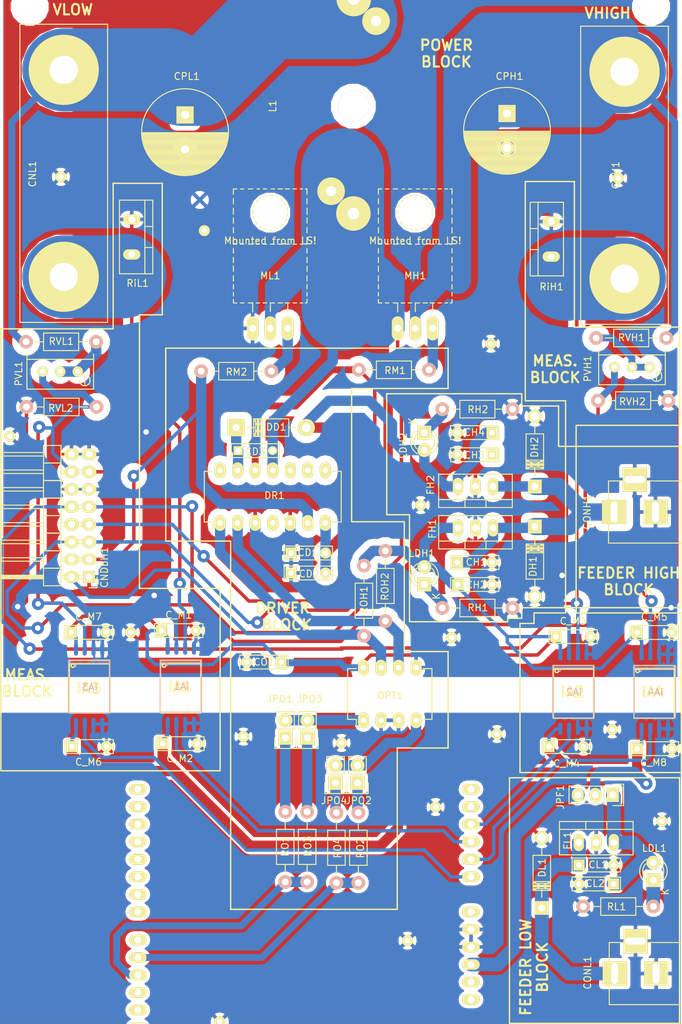
<source format=kicad_pcb>
(kicad_pcb (version 4) (host pcbnew 4.0.4+e1-6308~48~ubuntu16.04.1-stable)
  (layers (0 F.Cu signal hide) (31 B.Cu signal hide) (34 B.Paste user) (35 F.Paste user) (36 B.SilkS user) (37 F.SilkS user) (38 B.Mask user hide) (39 F.Mask user hide) (44 Edge.Cuts user))
  (net 0 "")
  (net 1 GND)
  (net 2 "/Driver Block/+15VHigh")
  (net 3 "Net-(CD3-Pad1)")
  (net 4 "/Driver Block/VsH")
  (net 5 "Net-(CH1-Pad1)")
  (net 6 "/Driver Block/+5VHigh")
  (net 7 "Net-(CL1-Pad1)")
  (net 8 "Net-(CL2-Pad1)")
  (net 9 "/Driver Block/Hin")
  (net 10 "/Driver Block/VgL")
  (net 11 /debug_block/GNDVHigh)
  (net 12 "/Driver Block/Lin")
  (net 13 "/Driver Block/VgH")
  (net 14 "/Feeder Block/Vhigh")
  (net 15 "/Measurement Block/VH+")
  (net 16 "/Measurement Block/ViL-")
  (net 17 "/Measurement Block/VL+")
  (net 18 "/Feeder Block/+5VLow")
  (net 19 "Net-(DR1-Pad4)")
  (net 20 "Net-(DR1-Pad8)")
  (net 21 "Net-(DR1-Pad9)")
  (net 22 "Net-(DR1-Pad10)")
  (net 23 "Net-(DR1-Pad14)")
  (net 24 "/Measurement Block/VmiL+")
  (net 25 "/Measurement Block/VmiH+")
  (net 26 "/Measurement Block/VmVL+")
  (net 27 "/Measurement Block/VmVH+")
  (net 28 "/Feeder Block/+5VAd")
  (net 29 "Net-(JPO1-Pad1)")
  (net 30 "Net-(JPO1-Pad2)")
  (net 31 "Net-(JPO2-Pad1)")
  (net 32 "Net-(JPO2-Pad2)")
  (net 33 "Net-(JPO3-Pad1)")
  (net 34 "Net-(JPO4-Pad1)")
  (net 35 "Net-(LDH1-Pad1)")
  (net 36 "Net-(LDH2-Pad1)")
  (net 37 "Net-(LDL1-Pad1)")
  (net 38 "Net-(PVH1-Pad1)")
  (net 39 "Net-(PVL1-Pad1)")
  (net 40 "/Driver Block/PWMH1")
  (net 41 "/Driver Block/PWML1")
  (net 42 "Net-(SH_1-PadAD5)")
  (net 43 "Net-(SH_1-PadAD4)")
  (net 44 "Net-(SH_1-PadV_IN)")
  (net 45 "Net-(SH_1-Pad3V3)")
  (net 46 "Net-(SH_1-PadRST)")
  (net 47 "Net-(SH_1-Pad0)")
  (net 48 "Net-(SH_1-Pad1)")
  (net 49 "Net-(SH_1-Pad2)")
  (net 50 "Net-(SH_1-Pad3)")
  (net 51 "Net-(SH_1-Pad4)")
  (net 52 "Net-(SH_1-Pad5)")
  (net 53 "Net-(SH_1-Pad6)")
  (net 54 "Net-(SH_1-Pad7)")
  (net 55 "Net-(SH_1-Pad8)")
  (net 56 "Net-(SH_1-Pad11)")
  (net 57 "Net-(SH_1-Pad12)")
  (net 58 "Net-(SH_1-Pad13)")
  (net 59 "Net-(SH_1-PadAREF)")
  (net 60 "/Measurement Block/ViH-")
  (net 61 "/Feeder Block/Vlow")
  (net 62 "Net-(MH1-Pad1)")
  (net 63 "Net-(ML1-Pad1)")
  (module 7805:AMC1100 (layer B.Cu) (at 31.575 119.9)
    (fp_text reference iA3 (at 0.1016 0.0762) (layer B.SilkS) (effects (justify mirror)))
    (fp_text value AMC1100)
    (pad 1 smd oval (at -1.905 -5.4) (size 0.6 1.8) (layers B.Cu B.Paste B.Mask) (net 6 "/Driver Block/+5VHigh"))
    (pad 2 smd oval (at -0.635 -5.4) (size 0.6 1.8) (layers B.Cu B.Paste B.Mask) (net 17 "/Measurement Block/VL+"))
    (pad 3 smd oval (at 0.635 -5.4) (size 0.6 1.8) (layers B.Cu B.Paste B.Mask) (net 1 GND))
    (pad 4 smd oval (at 1.905 -5.4) (size 0.6 1.8) (layers B.Cu B.Paste B.Mask) (net 1 GND))
    (pad 5 smd oval (at 1.905 5.4) (size 0.6 1.8) (layers B.Cu B.Paste B.Mask) (net 1 GND))
    (pad 6 smd oval (at 0.635 5.4) (size 0.6 1.8) (layers B.Cu B.Paste B.Mask) (net 1 GND))
    (pad 7 smd oval (at -0.635 5.4) (size 0.6 1.8) (layers B.Cu B.Paste B.Mask) (net 26 "/Measurement Block/VmVL+"))
    (pad 8 smd oval (at -1.905 5.4) (size 0.6 1.8) (layers B.Cu B.Paste B.Mask) (net 18 "/Feeder Block/+5VLow"))
  )
  (module 7805:VIA-1,0mm (layer F.Cu) (at 84.074 112.776)
    (fp_text reference REF** hide)
    (fp_text value VIA-1,0mm hide)
    (pad 1 thru_hole circle (at 0 0) (size 1.6 1.6) (drill 0.8) (layers *.Cu *.Mask F.SilkS) (net 1 GND))
  )
  (module 7805:VIA-1,0mm (layer F.Cu) (at 68.13 128.05)
    (fp_text reference REF** hide)
    (fp_text value VIA-1,0mm hide)
    (pad 1 thru_hole circle (at 0 0) (size 1.6 1.6) (drill 0.8) (layers *.Cu *.Mask F.SilkS) (net 1 GND))
  )
  (module 7805:VIA-1,0mm (layer F.Cu) (at 37.6032 112.0372)
    (fp_text reference REF** hide)
    (fp_text value VIA-1,0mm hide)
    (pad 1 thru_hole circle (at 0 0) (size 1.6 1.6) (drill 0.8) (layers *.Cu *.Mask F.SilkS) (net 1 GND))
  )
  (module 7805:VIA-1,0mm (layer F.Cu) (at 107.34 126.09)
    (fp_text reference REF** hide)
    (fp_text value VIA-1,0mm hide)
    (pad 1 thru_hole circle (at 0 0) (size 1.6 1.6) (drill 0.8) (layers *.Cu *.Mask F.SilkS) (net 1 GND))
  )
  (module 7805:VIA-1,0mm (layer F.Cu) (at 114.54 139.39)
    (fp_text reference REF** hide)
    (fp_text value VIA-1,0mm hide)
    (pad 1 thru_hole circle (at 0 0) (size 1.6 1.6) (drill 0.8) (layers *.Cu *.Mask F.SilkS) (net 1 GND))
  )
  (module 7805:VIA-1,0mm (layer F.Cu) (at 50.49 168.42)
    (fp_text reference REF** hide)
    (fp_text value VIA-1,0mm hide)
    (pad 1 thru_hole circle (at 0 0) (size 1.6 1.6) (drill 0.8) (layers *.Cu *.Mask F.SilkS) (net 1 GND))
  )
  (module 7805:VIA-1,0mm (layer F.Cu) (at 77.69 156.68)
    (fp_text reference REF** hide)
    (fp_text value VIA-1,0mm hide)
    (pad 1 thru_hole circle (at 0 0) (size 1.6 1.6) (drill 0.8) (layers *.Cu *.Mask F.SilkS) (net 1 GND))
  )
  (module 7805:VIA-1,0mm (layer F.Cu) (at 81.75 137.33)
    (fp_text reference REF** hide)
    (fp_text value VIA-1,0mm hide)
    (pad 1 thru_hole circle (at 0 0) (size 1.6 1.6) (drill 0.8) (layers *.Cu *.Mask F.SilkS) (net 1 GND))
  )
  (module 7805:VIA-1,0mm (layer F.Cu) (at 53.92 127.13)
    (fp_text reference REF** hide)
    (fp_text value VIA-1,0mm hide)
    (pad 1 thru_hole circle (at 0 0) (size 1.6 1.6) (drill 0.8) (layers *.Cu *.Mask F.SilkS) (net 1 GND))
  )
  (module 7805:VIA-1,0mm (layer F.Cu) (at 90.63 126.76)
    (fp_text reference REF** hide)
    (fp_text value VIA-1,0mm hide)
    (pad 1 thru_hole circle (at 0 0) (size 1.6 1.6) (drill 0.8) (layers *.Cu *.Mask F.SilkS) (net 1 GND))
  )
  (module 7805:VIA-1,0mm (layer F.Cu) (at 108.2044 46.2504)
    (fp_text reference REF** hide)
    (fp_text value VIA-1,0mm hide)
    (pad 1 thru_hole circle (at 0 0) (size 1.6 1.6) (drill 0.8) (layers *.Cu *.Mask F.SilkS) (net 1 GND))
  )
  (module 7805:VIA-1,0mm (layer F.Cu) (at 27.4832 46.0472)
    (fp_text reference REF** hide)
    (fp_text value VIA-1,0mm hide)
    (pad 1 thru_hole circle (at 0 0) (size 1.6 1.6) (drill 0.8) (layers *.Cu *.Mask F.SilkS) (net 1 GND))
  )
  (module 7805:VIA-1,0mm (layer F.Cu) (at 79.604 93.596)
    (fp_text reference REF** hide)
    (fp_text value VIA-1,0mm hide)
    (pad 1 thru_hole circle (at 0 0) (size 1.6 1.6) (drill 0.8) (layers *.Cu *.Mask F.SilkS) (net 1 GND))
  )
  (module 7805:VIA-1,0mm (layer F.Cu) (at 89.764 70.228)
    (fp_text reference REF** hide)
    (fp_text value VIA-1,0mm hide)
    (pad 1 thru_hole circle (at 0 0) (size 1.6 1.6) (drill 0.8) (layers *.Cu *.Mask F.SilkS) (net 1 GND))
  )
  (module 7805:VIA-1,0mm (layer F.Cu) (at 20.106 83.632)
    (fp_text reference REF** hide)
    (fp_text value VIA-1,0mm hide)
    (pad 1 thru_hole circle (at 0 0) (size 1.6 1.6) (drill 0.8) (layers *.Cu *.Mask F.SilkS) (net 1 GND))
  )
  (module arduino_shields:ARDUINO_SHIELD_2 (layer F.Cu) (at 89.4207 198.24192 90)
    (fp_text reference SH_1 (at 5.715 -57.15 90) (layer F.SilkS) (effects (font (thickness 0.3048))))
    (fp_text value ARDUINO_SHIELD hide)
    (pad AD5 thru_hole oval (at 63.5 -2.54 180) (size 2.54 1.524) (drill 1) (layers *.Cu *.Mask F.SilkS) (net 42 "Net-(SH_1-PadAD5)"))
    (pad AD4 thru_hole oval (at 60.96 -2.54 180) (size 2.54 1.524) (drill 1) (layers *.Cu *.Mask F.SilkS) (net 43 "Net-(SH_1-PadAD4)"))
    (pad AD3 thru_hole oval (at 58.42 -2.54 180) (size 2.54 1.524) (drill 1) (layers *.Cu *.Mask F.SilkS) (net 25 "/Measurement Block/VmiH+"))
    (pad AD0 thru_hole oval (at 50.8 -2.54 180) (size 2.54 1.524) (drill 1) (layers *.Cu *.Mask F.SilkS) (net 26 "/Measurement Block/VmVL+"))
    (pad AD1 thru_hole oval (at 53.34 -2.54 180) (size 2.54 1.524) (drill 1) (layers *.Cu *.Mask F.SilkS) (net 27 "/Measurement Block/VmVH+"))
    (pad AD2 thru_hole oval (at 55.88 -2.54 180) (size 2.54 1.524) (drill 1) (layers *.Cu *.Mask F.SilkS) (net 24 "/Measurement Block/VmiL+"))
    (pad V_IN thru_hole oval (at 45.72 -2.54 180) (size 2.54 1.524) (drill 1) (layers *.Cu *.Mask F.SilkS) (net 44 "Net-(SH_1-PadV_IN)"))
    (pad GND2 thru_hole oval (at 43.18 -2.54 180) (size 2.54 1.524) (drill 1) (layers *.Cu *.Mask F.SilkS) (net 1 GND))
    (pad GND1 thru_hole oval (at 40.64 -2.54 180) (size 2.54 1.524) (drill 1) (layers *.Cu *.Mask F.SilkS) (net 1 GND))
    (pad 3V3 thru_hole oval (at 35.56 -2.54 180) (size 2.54 1.524) (drill 1) (layers *.Cu *.Mask F.SilkS) (net 45 "Net-(SH_1-Pad3V3)"))
    (pad RST thru_hole oval (at 33.02 -2.54 180) (size 2.54 1.524) (drill 1) (layers *.Cu *.Mask F.SilkS) (net 46 "Net-(SH_1-PadRST)"))
    (pad 0 thru_hole oval (at 63.5 -50.8 180) (size 2.54 1.524) (drill 1) (layers *.Cu *.Mask F.SilkS) (net 47 "Net-(SH_1-Pad0)"))
    (pad 1 thru_hole oval (at 60.96 -50.8 180) (size 2.54 1.524) (drill 1) (layers *.Cu *.Mask F.SilkS) (net 48 "Net-(SH_1-Pad1)"))
    (pad 2 thru_hole oval (at 58.42 -50.8 180) (size 2.54 1.524) (drill 1) (layers *.Cu *.Mask F.SilkS) (net 49 "Net-(SH_1-Pad2)"))
    (pad 3 thru_hole oval (at 55.88 -50.8 180) (size 2.54 1.524) (drill 1) (layers *.Cu *.Mask F.SilkS) (net 50 "Net-(SH_1-Pad3)"))
    (pad 4 thru_hole oval (at 53.34 -50.8 180) (size 2.54 1.524) (drill 1) (layers *.Cu *.Mask F.SilkS) (net 51 "Net-(SH_1-Pad4)"))
    (pad 5 thru_hole oval (at 50.8 -50.8 180) (size 2.54 1.524) (drill 1) (layers *.Cu *.Mask F.SilkS) (net 52 "Net-(SH_1-Pad5)"))
    (pad 6 thru_hole oval (at 48.26 -50.8 180) (size 2.54 1.524) (drill 1) (layers *.Cu *.Mask F.SilkS) (net 53 "Net-(SH_1-Pad6)"))
    (pad 7 thru_hole oval (at 45.72 -50.8 180) (size 2.54 1.524) (drill 1) (layers *.Cu *.Mask F.SilkS) (net 54 "Net-(SH_1-Pad7)"))
    (pad 8 thru_hole oval (at 41.656 -50.8 180) (size 2.54 1.524) (drill 1) (layers *.Cu *.Mask F.SilkS) (net 55 "Net-(SH_1-Pad8)"))
    (pad 9 thru_hole oval (at 39.116 -50.8 180) (size 2.54 1.524) (drill 1) (layers *.Cu *.Mask F.SilkS) (net 41 "/Driver Block/PWML1"))
    (pad 10 thru_hole oval (at 36.576 -50.8 180) (size 2.54 1.524) (drill 1) (layers *.Cu *.Mask F.SilkS) (net 40 "/Driver Block/PWMH1"))
    (pad 11 thru_hole oval (at 34.036 -50.8 180) (size 2.54 1.524) (drill 1) (layers *.Cu *.Mask F.SilkS) (net 56 "Net-(SH_1-Pad11)"))
    (pad 12 thru_hole oval (at 31.496 -50.8 180) (size 2.54 1.524) (drill 1) (layers *.Cu *.Mask F.SilkS) (net 57 "Net-(SH_1-Pad12)"))
    (pad 13 thru_hole oval (at 28.956 -50.8 180) (size 2.54 1.524) (drill 1) (layers *.Cu *.Mask F.SilkS) (net 58 "Net-(SH_1-Pad13)"))
    (pad GND3 thru_hole oval (at 26.416 -50.8 180) (size 2.54 1.524) (drill 1) (layers *.Cu *.Mask F.SilkS) (net 1 GND))
    (pad AREF thru_hole oval (at 23.876 -50.8 180) (size 2.54 1.524) (drill 1) (layers *.Cu *.Mask F.SilkS) (net 59 "Net-(SH_1-PadAREF)"))
    (pad 5V thru_hole oval (at 38.1 -2.54 180) (size 2.54 1.524) (drill 1) (layers *.Cu *.Mask F.SilkS) (net 28 "/Feeder Block/+5VAd"))
  )
  (module Diodes_ThroughHole:Diode_DO-41_SOD81_Horizontal_RM10 (layer F.Cu) (at 52.8682 82.3785)
    (fp_text reference DD1 (at 5.8058 -0.0825) (layer F.SilkS))
    (fp_text value DIODE)
    (pad 2 thru_hole circle (at 10.16 -0.00254 180) (size 2.5 2.5) (drill 1.27) (layers *.Cu *.Mask F.SilkS) (net 2 "/Driver Block/+15VHigh"))
    (pad 1 thru_hole rect (at 0 -0.00254 180) (size 2.5 2.5) (drill 1.00076) (layers *.Cu *.Mask F.SilkS) (net 3 "Net-(CD3-Pad1)"))
  )
  (module Resistors_ThroughHole:Resistor_Horizontal_RM10mm (layer F.Cu) (at 71.374 102.362 270)
    (fp_text reference ROH1 (at 4.9784 0 450) (layer F.SilkS))
    (fp_text value R)
    (pad 1 thru_hole circle (at 0 0 270) (size 1.99898 1.99898) (drill 1.00076) (layers *.Cu *.SilkS *.Mask) (net 6 "/Driver Block/+5VHigh"))
    (pad 2 thru_hole circle (at 10.16 0 270) (size 1.99898 1.99898) (drill 1.00076) (layers *.Cu *.SilkS *.Mask) (net 9 "/Driver Block/Hin"))
  )
  (module Resistors_ThroughHole:Resistor_Horizontal_RM10mm (layer F.Cu) (at 74.4728 100.2284 270)
    (fp_text reference ROH2 (at 5.1816 0.0508 450) (layer F.SilkS))
    (fp_text value R)
    (pad 1 thru_hole circle (at 0 0 270) (size 1.99898 1.99898) (drill 1.00076) (layers *.Cu *.SilkS *.Mask) (net 6 "/Driver Block/+5VHigh"))
    (pad 2 thru_hole circle (at 10.16 0 270) (size 1.99898 1.99898) (drill 1.00076) (layers *.Cu *.SilkS *.Mask) (net 12 "/Driver Block/Lin"))
  )
  (module 7805:7805 (layer F.Cu) (at 87.5304 90.8984 180)
    (fp_text reference FH2 (at 6.5044 0.2204 270) (layer F.SilkS))
    (fp_text value 7815)
    (pad GND thru_hole oval (at 0 0 270) (size 2.49936 1.50114) (drill 1.00076) (layers *.Cu *.Mask F.SilkS) (net 1 GND))
    (pad VI thru_hole oval (at -2.54 0 270) (size 2.49936 1.50114) (drill 1.00076) (layers *.Cu *.Mask F.SilkS) (net 5 "Net-(CH1-Pad1)"))
    (pad VO thru_hole oval (at 2.54 0 270) (size 2.49936 1.50114) (drill 1.00076) (layers *.Cu *.Mask F.SilkS) (net 2 "/Driver Block/+15VHigh"))
  )
  (module Capacitors_ThroughHole:C_Rect_L7_W2_P5 (layer F.Cu) (at 53.1476 85.7059)
    (fp_text reference CD3 (at 2.4784 0.1461) (layer F.SilkS))
    (fp_text value 500n)
    (pad 1 thru_hole rect (at 0 0) (size 1.3 1.3) (drill 0.8) (layers *.Cu *.Mask F.SilkS) (net 3 "Net-(CD3-Pad1)"))
    (pad 2 thru_hole circle (at 5 0) (size 1.3 1.3) (drill 0.8) (layers *.Cu *.Mask F.SilkS) (net 4 "/Driver Block/VsH"))
  )
  (module Connect:Banana_Jack_2Pin (layer F.Cu) (at 109.1184 45.8216 270)
    (fp_text reference CNH1 (at 0 1.27 270) (layer F.SilkS))
    (fp_text value HIGH)
    (pad 1 thru_hole circle (at -14.986 0 270) (size 10.16 10.16) (drill 4.096) (layers *.Cu *.Mask F.SilkS) (net 14 "/Feeder Block/Vhigh"))
    (pad 2 thru_hole circle (at 14.986 0 270) (size 10.16 10.16) (drill 4.096) (layers *.Cu *.Mask F.SilkS) (net 60 "/Measurement Block/ViH-"))
  )
  (module Connect:Banana_Jack_2Pin (layer F.Cu) (at 27.89428 45.5422 270)
    (fp_text reference CNL1 (at 0.0978 4.52428 270) (layer F.SilkS))
    (fp_text value LOW)
    (pad 1 thru_hole circle (at -14.986 0 270) (size 10.16 10.16) (drill 4.096) (layers *.Cu *.Mask F.SilkS) (net 61 "/Feeder Block/Vlow"))
    (pad 2 thru_hole circle (at 14.986 0 270) (size 10.16 10.16) (drill 4.096) (layers *.Cu *.Mask F.SilkS) (net 16 "/Measurement Block/ViL-"))
  )
  (module Connect:BARREL_JACK (layer F.Cu) (at 113.8 94.6 180)
    (fp_text reference CONH1 (at 10.09904 0 270) (layer F.SilkS))
    (fp_text value BARREL_JACK)
    (pad 1 thru_hole rect (at 6.20014 0 180) (size 3.50012 3.50012) (drill oval 1.00076 2.99974) (layers *.Cu *.Mask F.SilkS) (net 5 "Net-(CH1-Pad1)"))
    (pad 2 thru_hole rect (at 0.20066 0 180) (size 3.50012 3.50012) (drill oval 1.00076 2.99974) (layers *.Cu *.Mask F.SilkS) (net 1 GND))
    (pad 3 thru_hole rect (at 3.2004 4.699 180) (size 3.50012 3.50012) (drill oval 2.99974 1.00076) (layers *.Cu *.Mask F.SilkS) (net 1 GND))
  )
  (module Connect:BARREL_JACK (layer F.Cu) (at 113.90376 161.45256 180)
    (fp_text reference CONL1 (at 10.13376 0.12256 270) (layer F.SilkS))
    (fp_text value BARREL_JACK)
    (pad 1 thru_hole rect (at 6.20014 0 180) (size 3.50012 3.50012) (drill oval 1.00076 2.99974) (layers *.Cu *.Mask F.SilkS) (net 7 "Net-(CL1-Pad1)"))
    (pad 2 thru_hole rect (at 0.20066 0 180) (size 3.50012 3.50012) (drill oval 1.00076 2.99974) (layers *.Cu *.Mask F.SilkS) (net 1 GND))
    (pad 3 thru_hole rect (at 3.2004 4.699 180) (size 3.50012 3.50012) (drill oval 2.99974 1.00076) (layers *.Cu *.Mask F.SilkS) (net 1 GND))
  )
  (module Diodes_ThroughHole:Diode_DO-41_SOD81_Horizontal_RM10 (layer F.Cu) (at 96.1304 96.6984 270)
    (fp_text reference DH1 (at 5.7916 0.2704 270) (layer F.SilkS))
    (fp_text value D_Small)
    (pad 2 thru_hole circle (at 10.16 -0.00254 90) (size 1.99898 1.99898) (drill 1.27) (layers *.Cu *.Mask F.SilkS) (net 1 GND))
    (pad 1 thru_hole rect (at 0 -0.00254 90) (size 1.99898 1.99898) (drill 1.00076) (layers *.Cu *.Mask F.SilkS) (net 5 "Net-(CH1-Pad1)"))
  )
  (module Diodes_ThroughHole:Diode_DO-41_SOD81_Horizontal_RM10 (layer F.Cu) (at 96.1304 90.8984 90)
    (fp_text reference DH2 (at 5.6684 -0.0404 90) (layer F.SilkS))
    (fp_text value D_Small)
    (pad 2 thru_hole circle (at 10.16 -0.00254 270) (size 1.99898 1.99898) (drill 1.27) (layers *.Cu *.Mask F.SilkS) (net 1 GND))
    (pad 1 thru_hole rect (at 0 -0.00254 270) (size 1.99898 1.99898) (drill 1.00076) (layers *.Cu *.Mask F.SilkS) (net 5 "Net-(CH1-Pad1)"))
  )
  (module Diodes_ThroughHole:Diode_DO-41_SOD81_Horizontal_RM10 (layer F.Cu) (at 97.13976 151.9428 90)
    (fp_text reference DL1 (at 5.8128 0.04024 90) (layer F.SilkS))
    (fp_text value D_Small)
    (pad 2 thru_hole circle (at 10.16 -0.00254 270) (size 1.99898 1.99898) (drill 1.27) (layers *.Cu *.Mask F.SilkS) (net 1 GND))
    (pad 1 thru_hole rect (at 0 -0.00254 270) (size 1.99898 1.99898) (drill 1.00076) (layers *.Cu *.Mask F.SilkS) (net 7 "Net-(CL1-Pad1)"))
  )
  (module Housings_DIP:DIP-14_W7.62mm_LongPads (layer F.Cu) (at 50.5441 96.1834 90)
    (fp_text reference DR1 (at 3.9814 7.8759 180) (layer F.SilkS))
    (fp_text value IRS2186)
    (pad 1 thru_hole oval (at 0 0 90) (size 2.3 1.6) (drill 0.8) (layers *.Cu *.Mask F.SilkS) (net 9 "/Driver Block/Hin"))
    (pad 2 thru_hole oval (at 0 2.54 90) (size 2.3 1.6) (drill 0.8) (layers *.Cu *.Mask F.SilkS) (net 12 "/Driver Block/Lin"))
    (pad 3 thru_hole oval (at 0 5.08 90) (size 2.3 1.6) (drill 0.8) (layers *.Cu *.Mask F.SilkS) (net 1 GND))
    (pad 4 thru_hole oval (at 0 7.62 90) (size 2.3 1.6) (drill 0.8) (layers *.Cu *.Mask F.SilkS) (net 19 "Net-(DR1-Pad4)"))
    (pad 5 thru_hole oval (at 0 10.16 90) (size 2.3 1.6) (drill 0.8) (layers *.Cu *.Mask F.SilkS) (net 1 GND))
    (pad 6 thru_hole oval (at 0 12.7 90) (size 2.3 1.6) (drill 0.8) (layers *.Cu *.Mask F.SilkS) (net 10 "/Driver Block/VgL"))
    (pad 7 thru_hole oval (at 0 15.24 90) (size 2.3 1.6) (drill 0.8) (layers *.Cu *.Mask F.SilkS) (net 2 "/Driver Block/+15VHigh"))
    (pad 8 thru_hole oval (at 7.62 15.24 90) (size 2.3 1.6) (drill 0.8) (layers *.Cu *.Mask F.SilkS) (net 20 "Net-(DR1-Pad8)"))
    (pad 9 thru_hole oval (at 7.62 12.7 90) (size 2.3 1.6) (drill 0.8) (layers *.Cu *.Mask F.SilkS) (net 21 "Net-(DR1-Pad9)"))
    (pad 10 thru_hole oval (at 7.62 10.16 90) (size 2.3 1.6) (drill 0.8) (layers *.Cu *.Mask F.SilkS) (net 22 "Net-(DR1-Pad10)"))
    (pad 11 thru_hole oval (at 7.62 7.62 90) (size 2.3 1.6) (drill 0.8) (layers *.Cu *.Mask F.SilkS) (net 4 "/Driver Block/VsH"))
    (pad 12 thru_hole oval (at 7.62 5.08 90) (size 2.3 1.6) (drill 0.8) (layers *.Cu *.Mask F.SilkS) (net 13 "/Driver Block/VgH"))
    (pad 13 thru_hole oval (at 7.62 2.54 90) (size 2.3 1.6) (drill 0.8) (layers *.Cu *.Mask F.SilkS) (net 3 "Net-(CD3-Pad1)"))
    (pad 14 thru_hole oval (at 7.62 0 90) (size 2.3 1.6) (drill 0.8) (layers *.Cu *.Mask F.SilkS) (net 23 "Net-(DR1-Pad14)"))
  )
  (module 7805:7805 (layer F.Cu) (at 87.5304 96.8984 180)
    (fp_text reference FH1 (at 6.2504 -0.1296 270) (layer F.SilkS))
    (fp_text value 7805)
    (pad GND thru_hole oval (at 0 0 270) (size 2.49936 1.50114) (drill 1.00076) (layers *.Cu *.Mask F.SilkS) (net 1 GND))
    (pad VI thru_hole oval (at -2.54 0 270) (size 2.49936 1.50114) (drill 1.00076) (layers *.Cu *.Mask F.SilkS) (net 5 "Net-(CH1-Pad1)"))
    (pad VO thru_hole oval (at 2.54 0 270) (size 2.49936 1.50114) (drill 1.00076) (layers *.Cu *.Mask F.SilkS) (net 6 "/Driver Block/+5VHigh"))
  )
  (module 7805:7805 (layer F.Cu) (at 105.02916 142.4736)
    (fp_text reference FL1 (at -4.17916 -0.2836 90) (layer F.SilkS))
    (fp_text value 7805)
    (pad GND thru_hole oval (at 0 0 90) (size 2.49936 1.50114) (drill 1.00076) (layers *.Cu *.Mask F.SilkS) (net 1 GND))
    (pad VI thru_hole oval (at -2.54 0 90) (size 2.49936 1.50114) (drill 1.00076) (layers *.Cu *.Mask F.SilkS) (net 7 "Net-(CL1-Pad1)"))
    (pad VO thru_hole oval (at 2.54 0 90) (size 2.49936 1.50114) (drill 1.00076) (layers *.Cu *.Mask F.SilkS) (net 8 "Net-(CL2-Pad1)"))
  )
  (module Pin_Headers:Pin_Header_Straight_1x03 (layer F.Cu) (at 107.42916 135.5736 270)
    (fp_text reference JPF1 (at 0.3164 7.60716 270) (layer F.SilkS))
    (fp_text value JUMPER3)
    (pad 1 thru_hole rect (at 0 0 270) (size 2.032 1.7272) (drill 1.016) (layers *.Cu *.Mask F.SilkS) (net 8 "Net-(CL2-Pad1)"))
    (pad 2 thru_hole oval (at 0 2.54 270) (size 2.032 1.7272) (drill 1.016) (layers *.Cu *.Mask F.SilkS) (net 18 "/Feeder Block/+5VLow"))
    (pad 3 thru_hole oval (at 0 5.08 270) (size 2.032 1.7272) (drill 1.016) (layers *.Cu *.Mask F.SilkS) (net 28 "/Feeder Block/+5VAd"))
  )
  (module Pin_Headers:Pin_Header_Straight_1x02 (layer F.Cu) (at 60.0202 127.2921 180)
    (fp_text reference JPO1 (at 0.8382 5.6261 180) (layer F.SilkS))
    (fp_text value JUMPER)
    (pad 1 thru_hole rect (at 0 0 180) (size 2.032 2.032) (drill 1.016) (layers *.Cu *.Mask F.SilkS) (net 29 "Net-(JPO1-Pad1)"))
    (pad 2 thru_hole oval (at 0 2.54 180) (size 2.032 2.032) (drill 1.016) (layers *.Cu *.Mask F.SilkS) (net 30 "Net-(JPO1-Pad2)"))
  )
  (module Pin_Headers:Pin_Header_Straight_1x02 (layer F.Cu) (at 70.43928 133.83006 180)
    (fp_text reference JPO2 (at -0.17272 -2.56794 360) (layer F.SilkS))
    (fp_text value JUMPER)
    (pad 1 thru_hole rect (at 0 0 180) (size 2.032 2.032) (drill 1.016) (layers *.Cu *.Mask F.SilkS) (net 31 "Net-(JPO2-Pad1)"))
    (pad 2 thru_hole oval (at 0 2.54 180) (size 2.032 2.032) (drill 1.016) (layers *.Cu *.Mask F.SilkS) (net 32 "Net-(JPO2-Pad2)"))
  )
  (module Pin_Headers:Pin_Header_Straight_1x02 (layer F.Cu) (at 63.1952 127.2921 180)
    (fp_text reference JPO3 (at -0.3048 5.6261 180) (layer F.SilkS))
    (fp_text value JUMPER)
    (pad 1 thru_hole rect (at 0 0 180) (size 2.032 2.032) (drill 1.016) (layers *.Cu *.Mask F.SilkS) (net 33 "Net-(JPO3-Pad1)"))
    (pad 2 thru_hole oval (at 0 2.54 180) (size 2.032 2.032) (drill 1.016) (layers *.Cu *.Mask F.SilkS) (net 30 "Net-(JPO1-Pad2)"))
  )
  (module Pin_Headers:Pin_Header_Straight_1x02 (layer F.Cu) (at 67.26428 133.83006 180)
    (fp_text reference JPO4 (at 0.20828 -2.56794 180) (layer F.SilkS))
    (fp_text value JUMPER)
    (pad 1 thru_hole rect (at 0 0 180) (size 2.032 2.032) (drill 1.016) (layers *.Cu *.Mask F.SilkS) (net 34 "Net-(JPO4-Pad1)"))
    (pad 2 thru_hole oval (at 0 2.54 180) (size 2.032 2.032) (drill 1.016) (layers *.Cu *.Mask F.SilkS) (net 32 "Net-(JPO2-Pad2)"))
  )
  (module LEDs:LED-3MM (layer F.Cu) (at 80.1304 105.0984 90)
    (fp_text reference LDH1 (at 4.5144 -0.3744 180) (layer F.SilkS))
    (fp_text value LED)
    (fp_text user K (at -1.69 1.74 90) (layer F.SilkS))
    (pad 1 thru_hole rect (at 0 0 180) (size 2 2) (drill 1.00076) (layers *.Cu *.Mask F.SilkS) (net 35 "Net-(LDH1-Pad1)"))
    (pad 2 thru_hole circle (at 2.54 0 90) (size 2 2) (drill 1.00076) (layers *.Cu *.Mask F.SilkS) (net 6 "/Driver Block/+5VHigh"))
  )
  (module LEDs:LED-3MM (layer F.Cu) (at 80.1304 83.0984 270)
    (fp_text reference LDH2 (at 1.91 3.06 270) (layer F.SilkS))
    (fp_text value LED)
    (fp_text user K (at -1.69 1.74 270) (layer F.SilkS))
    (pad 1 thru_hole rect (at 0 0) (size 2 2) (drill 1.00076) (layers *.Cu *.Mask F.SilkS) (net 36 "Net-(LDH2-Pad1)"))
    (pad 2 thru_hole circle (at 2.54 0 270) (size 2 2) (drill 1.00076) (layers *.Cu *.Mask F.SilkS) (net 2 "/Driver Block/+15VHigh"))
  )
  (module LEDs:LED-3MM (layer F.Cu) (at 113.27916 147.9236 90)
    (fp_text reference LDL1 (at 4.6236 0.16084 180) (layer F.SilkS))
    (fp_text value LED)
    (fp_text user K (at -1.69 1.74 90) (layer F.SilkS))
    (pad 1 thru_hole rect (at 0 0 180) (size 2 2) (drill 1.00076) (layers *.Cu *.Mask F.SilkS) (net 37 "Net-(LDL1-Pad1)"))
    (pad 2 thru_hole circle (at 2.54 0 90) (size 2 2) (drill 1.00076) (layers *.Cu *.Mask F.SilkS) (net 8 "Net-(CL2-Pad1)"))
  )
  (module Housings_DIP:DIP-8_W7.62mm_LongPads (layer F.Cu) (at 71.3105 124.7648 90)
    (fp_text reference OPT1 (at 3.6068 3.8735 180) (layer F.SilkS))
    (fp_text value TLP2631)
    (pad 1 thru_hole oval (at 0 0 90) (size 2.3 1.6) (drill 0.8) (layers *.Cu *.Mask F.SilkS) (net 30 "Net-(JPO1-Pad2)"))
    (pad 2 thru_hole oval (at 0 2.54 90) (size 2.3 1.6) (drill 0.8) (layers *.Cu *.Mask F.SilkS) (net 1 GND))
    (pad 3 thru_hole oval (at 0 5.08 90) (size 2.3 1.6) (drill 0.8) (layers *.Cu *.Mask F.SilkS) (net 1 GND))
    (pad 4 thru_hole oval (at 0 7.62 90) (size 2.3 1.6) (drill 0.8) (layers *.Cu *.Mask F.SilkS) (net 32 "Net-(JPO2-Pad2)"))
    (pad 5 thru_hole oval (at 7.62 7.62 90) (size 2.3 1.6) (drill 0.8) (layers *.Cu *.Mask F.SilkS) (net 1 GND))
    (pad 6 thru_hole oval (at 7.62 5.08 90) (size 2.3 1.6) (drill 0.8) (layers *.Cu *.Mask F.SilkS) (net 12 "/Driver Block/Lin"))
    (pad 7 thru_hole oval (at 7.62 2.54 90) (size 2.3 1.6) (drill 0.8) (layers *.Cu *.Mask F.SilkS) (net 9 "/Driver Block/Hin"))
    (pad 8 thru_hole oval (at 7.62 0 90) (size 2.3 1.6) (drill 0.8) (layers *.Cu *.Mask F.SilkS) (net 6 "/Driver Block/+5VHigh"))
  )
  (module Potentiometers:Potentiometer_Bourns_3296W_3-8Zoll_Inline_ScrewUp (layer F.Cu) (at 112.7379 73.6219 90)
    (fp_text reference PVH1 (at -0.2181 -8.9579 90) (layer F.SilkS))
    (fp_text value 1M)
    (pad 2 thru_hole circle (at 0 -2.54 90) (size 1.524 1.524) (drill 0.8128) (layers *.Cu *.Mask F.SilkS) (net 38 "Net-(PVH1-Pad1)"))
    (pad 3 thru_hole circle (at 0 -5.08 90) (size 1.524 1.524) (drill 0.8128) (layers *.Cu *.Mask F.SilkS) (net 15 "/Measurement Block/VH+"))
    (pad 1 thru_hole circle (at 0 0 90) (size 1.524 1.524) (drill 0.8128) (layers *.Cu *.Mask F.SilkS) (net 38 "Net-(PVH1-Pad1)"))
  )
  (module Potentiometers:Potentiometer_Bourns_3296W_3-8Zoll_Inline_ScrewUp (layer F.Cu) (at 29.92882 74.26198 90)
    (fp_text reference PVL1 (at -0.29802 -8.55882 90) (layer F.SilkS))
    (fp_text value 1M)
    (pad 2 thru_hole circle (at 0 -2.54 90) (size 1.524 1.524) (drill 0.8128) (layers *.Cu *.Mask F.SilkS) (net 39 "Net-(PVL1-Pad1)"))
    (pad 3 thru_hole circle (at 0 -5.08 90) (size 1.524 1.524) (drill 0.8128) (layers *.Cu *.Mask F.SilkS) (net 17 "/Measurement Block/VL+"))
    (pad 1 thru_hole circle (at 0 0 90) (size 1.524 1.524) (drill 0.8128) (layers *.Cu *.Mask F.SilkS) (net 39 "Net-(PVL1-Pad1)"))
  )
  (module Resistors_ThroughHole:Resistor_Horizontal_RM10mm (layer F.Cu) (at 82.7304 108.4984)
    (fp_text reference RH1 (at 5.1536 -0.0404) (layer F.SilkS))
    (fp_text value 10k)
    (pad 1 thru_hole circle (at 0 0) (size 1.99898 1.99898) (drill 1.00076) (layers *.Cu *.SilkS *.Mask) (net 35 "Net-(LDH1-Pad1)"))
    (pad 2 thru_hole circle (at 10.16 0) (size 1.99898 1.99898) (drill 1.00076) (layers *.Cu *.SilkS *.Mask) (net 1 GND))
  )
  (module Resistors_ThroughHole:Resistor_Horizontal_RM10mm (layer F.Cu) (at 82.7304 79.6984)
    (fp_text reference RH2 (at 5.1536 0.0576) (layer F.SilkS))
    (fp_text value 10k)
    (pad 1 thru_hole circle (at 0 0) (size 1.99898 1.99898) (drill 1.00076) (layers *.Cu *.SilkS *.Mask) (net 36 "Net-(LDH2-Pad1)"))
    (pad 2 thru_hole circle (at 10.16 0) (size 1.99898 1.99898) (drill 1.00076) (layers *.Cu *.SilkS *.Mask) (net 1 GND))
  )
  (module Resistors_ThroughHole:Resistor_TO-220_Vertical (layer F.Cu) (at 98.5012 55.0672 90)
    (fp_text reference RiH1 (at -6.9088 0.0508 180) (layer F.SilkS))
    (fp_text value 0.02)
    (pad 1 thru_hole oval (at -2.54 0 180) (size 2.49936 1.50114) (drill 1.00076) (layers *.Cu *.Mask F.SilkS) (net 60 "/Measurement Block/ViH-"))
    (pad 2 thru_hole oval (at 2.54 0 180) (size 2.49936 1.50114) (drill 1.00076) (layers *.Cu *.Mask F.SilkS) (net 1 GND))
  )
  (module Resistors_ThroughHole:Resistor_TO-220_Vertical (layer F.Cu) (at 37.7444 54.7624 270)
    (fp_text reference RiL1 (at 6.7056 -0.8636 360) (layer F.SilkS))
    (fp_text value 0.02)
    (pad 1 thru_hole oval (at -2.54 0) (size 2.49936 1.50114) (drill 1.00076) (layers *.Cu *.Mask F.SilkS) (net 1 GND))
    (pad 2 thru_hole oval (at 2.54 0) (size 2.49936 1.50114) (drill 1.00076) (layers *.Cu *.Mask F.SilkS) (net 16 "/Measurement Block/ViL-"))
  )
  (module Resistors_ThroughHole:Resistor_Horizontal_RM10mm (layer F.Cu) (at 113.29416 151.7396 180)
    (fp_text reference RL1 (at 5.33416 -0.0304 180) (layer F.SilkS))
    (fp_text value 10k)
    (pad 1 thru_hole circle (at 0 0 180) (size 1.99898 1.99898) (drill 1.00076) (layers *.Cu *.SilkS *.Mask) (net 37 "Net-(LDL1-Pad1)"))
    (pad 2 thru_hole circle (at 10.16 0 180) (size 1.99898 1.99898) (drill 1.00076) (layers *.Cu *.SilkS *.Mask) (net 1 GND))
  )
  (module Resistors_ThroughHole:Resistor_Horizontal_RM10mm (layer F.Cu) (at 80.8 74 180)
    (fp_text reference RM1 (at 4.91 -0.1 180) (layer F.SilkS))
    (fp_text value 2R2)
    (pad 1 thru_hole circle (at 0 0 180) (size 1.99898 1.99898) (drill 1.00076) (layers *.Cu *.SilkS *.Mask) (net 62 "Net-(MH1-Pad1)"))
    (pad 2 thru_hole circle (at 10.16 0 180) (size 1.99898 1.99898) (drill 1.00076) (layers *.Cu *.SilkS *.Mask) (net 13 "/Driver Block/VgH"))
  )
  (module Resistors_ThroughHole:Resistor_Horizontal_RM10mm (layer F.Cu) (at 47.8 74.2)
    (fp_text reference RM2 (at 5.12 0.12) (layer F.SilkS))
    (fp_text value 2R2)
    (pad 1 thru_hole circle (at 0 0) (size 1.99898 1.99898) (drill 1.00076) (layers *.Cu *.SilkS *.Mask) (net 10 "/Driver Block/VgL"))
    (pad 2 thru_hole circle (at 10.16 0) (size 1.99898 1.99898) (drill 1.00076) (layers *.Cu *.SilkS *.Mask) (net 63 "Net-(ML1-Pad1)"))
  )
  (module Resistors_ThroughHole:Resistor_Horizontal_RM10mm (layer F.Cu) (at 59.97448 148.18106 90)
    (fp_text reference RO1 (at 5.17906 -0.03048 90) (layer F.SilkS))
    (fp_text value 470)
    (pad 1 thru_hole circle (at 0 0 90) (size 1.99898 1.99898) (drill 1.00076) (layers *.Cu *.SilkS *.Mask) (net 40 "/Driver Block/PWMH1"))
    (pad 2 thru_hole circle (at 10.16 0 90) (size 1.99898 1.99898) (drill 1.00076) (layers *.Cu *.SilkS *.Mask) (net 29 "Net-(JPO1-Pad1)"))
  )
  (module Resistors_ThroughHole:Resistor_Horizontal_RM10mm (layer F.Cu) (at 70.56628 148.30806 90)
    (fp_text reference RO2 (at 5.05206 0.29972 90) (layer F.SilkS))
    (fp_text value 470)
    (pad 1 thru_hole circle (at 0 0 90) (size 1.99898 1.99898) (drill 1.00076) (layers *.Cu *.SilkS *.Mask) (net 41 "/Driver Block/PWML1"))
    (pad 2 thru_hole circle (at 10.16 0 90) (size 1.99898 1.99898) (drill 1.00076) (layers *.Cu *.SilkS *.Mask) (net 31 "Net-(JPO2-Pad1)"))
  )
  (module Resistors_ThroughHole:Resistor_Horizontal_RM10mm (layer F.Cu) (at 63.14948 148.18106 90)
    (fp_text reference RO3 (at 5.17906 0.09652 90) (layer F.SilkS))
    (fp_text value 220)
    (pad 1 thru_hole circle (at 0 0 90) (size 1.99898 1.99898) (drill 1.00076) (layers *.Cu *.SilkS *.Mask) (net 40 "/Driver Block/PWMH1"))
    (pad 2 thru_hole circle (at 10.16 0 90) (size 1.99898 1.99898) (drill 1.00076) (layers *.Cu *.SilkS *.Mask) (net 33 "Net-(JPO3-Pad1)"))
  )
  (module Resistors_ThroughHole:Resistor_Horizontal_RM10mm (layer F.Cu) (at 67.39128 148.30806 90)
    (fp_text reference RO4 (at 5.05206 0.17272 90) (layer F.SilkS))
    (fp_text value 220)
    (pad 1 thru_hole circle (at 0 0 90) (size 1.99898 1.99898) (drill 1.00076) (layers *.Cu *.SilkS *.Mask) (net 41 "/Driver Block/PWML1"))
    (pad 2 thru_hole circle (at 10.16 0 90) (size 1.99898 1.99898) (drill 1.00076) (layers *.Cu *.SilkS *.Mask) (net 34 "Net-(JPO4-Pad1)"))
  )
  (module Resistors_ThroughHole:Resistor_Horizontal_RM10mm (layer F.Cu) (at 105.0036 69.3928)
    (fp_text reference RVH1 (at 5.1064 -0.0528) (layer F.SilkS))
    (fp_text value 470k)
    (pad 1 thru_hole circle (at 0 0) (size 1.99898 1.99898) (drill 1.00076) (layers *.Cu *.SilkS *.Mask) (net 38 "Net-(PVH1-Pad1)"))
    (pad 2 thru_hole circle (at 10.16 0) (size 1.99898 1.99898) (drill 1.00076) (layers *.Cu *.SilkS *.Mask) (net 14 "/Feeder Block/Vhigh"))
  )
  (module Resistors_ThroughHole:Resistor_Horizontal_RM10mm (layer F.Cu) (at 115.44808 78.45552 180)
    (fp_text reference RVH2 (at 5.18808 -0.14448 180) (layer F.SilkS))
    (fp_text value 4k7)
    (pad 1 thru_hole circle (at 0 0 180) (size 1.99898 1.99898) (drill 1.00076) (layers *.Cu *.SilkS *.Mask) (net 1 GND))
    (pad 2 thru_hole circle (at 10.16 0 180) (size 1.99898 1.99898) (drill 1.00076) (layers *.Cu *.SilkS *.Mask) (net 15 "/Measurement Block/VH+"))
  )
  (module Resistors_ThroughHole:Resistor_Horizontal_RM10mm (layer F.Cu) (at 32.59582 69.94398 180)
    (fp_text reference RVL1 (at 5.05582 0.06398 180) (layer F.SilkS))
    (fp_text value 470k)
    (pad 1 thru_hole circle (at 0 0 180) (size 1.99898 1.99898) (drill 1.00076) (layers *.Cu *.SilkS *.Mask) (net 39 "Net-(PVL1-Pad1)"))
    (pad 2 thru_hole circle (at 10.16 0 180) (size 1.99898 1.99898) (drill 1.00076) (layers *.Cu *.SilkS *.Mask) (net 61 "/Feeder Block/Vlow"))
  )
  (module Resistors_ThroughHole:Resistor_Horizontal_RM10mm (layer F.Cu) (at 22.4917 79.37754)
    (fp_text reference RVL2 (at 4.9683 0.17246) (layer F.SilkS))
    (fp_text value 4k7)
    (pad 1 thru_hole circle (at 0 0) (size 1.99898 1.99898) (drill 1.00076) (layers *.Cu *.SilkS *.Mask) (net 1 GND))
    (pad 2 thru_hole circle (at 10.16 0) (size 1.99898 1.99898) (drill 1.00076) (layers *.Cu *.SilkS *.Mask) (net 17 "/Measurement Block/VL+"))
  )
  (module Capacitors_ThroughHole:C_Radial_D12.5_L25_P5 (layer F.Cu) (at 92.1004 36.8808 270)
    (fp_text reference CPH1 (at -5.3848 -0.3556 360) (layer F.SilkS))
    (fp_text value C)
    (pad 2 thru_hole circle (at 5 0 270) (size 2 2) (drill 1.2) (layers *.Cu *.Mask F.SilkS) (net 1 GND))
    (pad 1 thru_hole rect (at 0 0 270) (size 2.5 2.5) (drill 1.2) (layers *.Cu *.Mask F.SilkS) (net 14 "/Feeder Block/Vhigh"))
  )
  (module Capacitors_ThroughHole:C_Radial_D12.5_L25_P5 (layer F.Cu) (at 45.466 37.084 270)
    (fp_text reference CPL1 (at -5.588 -0.254 360) (layer F.SilkS))
    (fp_text value C)
    (pad 2 thru_hole circle (at 5 0 270) (size 2.5 2.5) (drill 1.2) (layers *.Cu *.Mask F.SilkS) (net 1 GND))
    (pad 1 thru_hole rect (at 0 0 270) (size 2.5 2.5) (drill 1.2) (layers *.Cu *.Mask F.SilkS) (net 61 "/Feeder Block/Vlow"))
  )
  (module TO_SOT_Packages_THT:TO-220_Neutral123_Horizontal_MountedFromLS_LargePads (layer F.Cu) (at 78.8 68)
    (fp_text reference MH1 (at 0 -7.62) (layer F.SilkS))
    (fp_text value FDPF39N20)
    (fp_text user "Mounted from LS!" (at 0 -12.7) (layer F.SilkS))
    (pad 2 thru_hole oval (at 0 0 90) (size 3.50012 1.69926) (drill 1.00076) (layers *.Cu *.Mask F.SilkS) (net 14 "/Feeder Block/Vhigh"))
    (pad 3 thru_hole oval (at -2.54 0 90) (size 3.50012 1.69926) (drill 1.00076) (layers *.Cu *.Mask F.SilkS) (net 4 "/Driver Block/VsH"))
    (pad 1 thru_hole oval (at 2.54 0 90) (size 3.50012 1.69926) (drill 1.00076) (layers *.Cu *.Mask F.SilkS) (net 62 "Net-(MH1-Pad1)"))
    (pad "" np_thru_hole circle (at 0 -16.764 90) (size 3.79984 3.79984) (drill 3.79984) (layers *.Cu *.Mask F.SilkS))
  )
  (module TO_SOT_Packages_THT:TO-220_Neutral123_Horizontal_MountedFromLS_LargePads (layer F.Cu) (at 57.8 68)
    (fp_text reference ML1 (at 0 -7.62) (layer F.SilkS))
    (fp_text value FDPF39N20)
    (fp_text user "Mounted from LS!" (at 0 -12.7) (layer F.SilkS))
    (pad 2 thru_hole oval (at 0 0 90) (size 3.50012 1.69926) (drill 1.00076) (layers *.Cu *.Mask F.SilkS) (net 4 "/Driver Block/VsH"))
    (pad 3 thru_hole oval (at -2.54 0 90) (size 3.50012 1.69926) (drill 1.00076) (layers *.Cu *.Mask F.SilkS) (net 1 GND))
    (pad 1 thru_hole oval (at 2.54 0 90) (size 3.50012 1.69926) (drill 1.00076) (layers *.Cu *.Mask F.SilkS) (net 63 "Net-(ML1-Pad1)"))
    (pad "" np_thru_hole circle (at 0 -16.764 90) (size 3.79984 3.79984) (drill 3.79984) (layers *.Cu *.Mask F.SilkS))
  )
  (module 7805:VIA-1,0mm (layer F.Cu) (at 48.26 53.848)
    (fp_text reference REF** hide)
    (fp_text value VIA-1,0mm hide)
    (pad 1 thru_hole circle (at 0 0) (size 1.6 1.6) (drill 0.8) (layers *.Cu *.Mask F.SilkS) (net 1 GND))
  )
  (module 7805:AMC1100 (layer B.Cu) (at 44.85 119.775)
    (fp_text reference iA1 (at 0.1016 0.0762) (layer B.SilkS) (effects (justify mirror)))
    (fp_text value AMC1100)
    (pad 1 smd oval (at -1.905 -5.4) (size 0.6 1.8) (layers B.Cu B.Paste B.Mask) (net 6 "/Driver Block/+5VHigh"))
    (pad 2 smd oval (at -0.635 -5.4) (size 0.6 1.8) (layers B.Cu B.Paste B.Mask) (net 1 GND))
    (pad 3 smd oval (at 0.635 -5.4) (size 0.6 1.8) (layers B.Cu B.Paste B.Mask) (net 16 "/Measurement Block/ViL-"))
    (pad 4 smd oval (at 1.905 -5.4) (size 0.6 1.8) (layers B.Cu B.Paste B.Mask) (net 1 GND))
    (pad 5 smd oval (at 1.905 5.4) (size 0.6 1.8) (layers B.Cu B.Paste B.Mask) (net 1 GND))
    (pad 6 smd oval (at 0.635 5.4) (size 0.6 1.8) (layers B.Cu B.Paste B.Mask) (net 1 GND))
    (pad 7 smd oval (at -0.635 5.4) (size 0.6 1.8) (layers B.Cu B.Paste B.Mask) (net 24 "/Measurement Block/VmiL+"))
    (pad 8 smd oval (at -1.905 5.4) (size 0.6 1.8) (layers B.Cu B.Paste B.Mask) (net 18 "/Feeder Block/+5VLow"))
  )
  (module 7805:AMC1100 (layer B.Cu) (at 101.725 120.6)
    (fp_text reference iA2 (at 0.1016 0.0762) (layer B.SilkS) (effects (justify mirror)))
    (fp_text value AMC1100)
    (pad 1 smd oval (at -1.905 -5.4) (size 0.6 1.8) (layers B.Cu B.Paste B.Mask) (net 6 "/Driver Block/+5VHigh"))
    (pad 2 smd oval (at -0.635 -5.4) (size 0.6 1.8) (layers B.Cu B.Paste B.Mask) (net 1 GND))
    (pad 3 smd oval (at 0.635 -5.4) (size 0.6 1.8) (layers B.Cu B.Paste B.Mask) (net 60 "/Measurement Block/ViH-"))
    (pad 4 smd oval (at 1.905 -5.4) (size 0.6 1.8) (layers B.Cu B.Paste B.Mask) (net 1 GND))
    (pad 5 smd oval (at 1.905 5.4) (size 0.6 1.8) (layers B.Cu B.Paste B.Mask) (net 1 GND))
    (pad 6 smd oval (at 0.635 5.4) (size 0.6 1.8) (layers B.Cu B.Paste B.Mask) (net 1 GND))
    (pad 7 smd oval (at -0.635 5.4) (size 0.6 1.8) (layers B.Cu B.Paste B.Mask) (net 25 "/Measurement Block/VmiH+"))
    (pad 8 smd oval (at -1.905 5.4) (size 0.6 1.8) (layers B.Cu B.Paste B.Mask) (net 18 "/Feeder Block/+5VLow"))
  )
  (module 7805:AMC1100 (layer B.Cu) (at 113.5 120.6)
    (fp_text reference iA4 (at 0.1016 0.0762) (layer B.SilkS) (effects (justify mirror)))
    (fp_text value AMC1100)
    (pad 1 smd oval (at -1.905 -5.4) (size 0.6 1.8) (layers B.Cu B.Paste B.Mask) (net 6 "/Driver Block/+5VHigh"))
    (pad 2 smd oval (at -0.635 -5.4) (size 0.6 1.8) (layers B.Cu B.Paste B.Mask) (net 15 "/Measurement Block/VH+"))
    (pad 3 smd oval (at 0.635 -5.4) (size 0.6 1.8) (layers B.Cu B.Paste B.Mask) (net 1 GND))
    (pad 4 smd oval (at 1.905 -5.4) (size 0.6 1.8) (layers B.Cu B.Paste B.Mask) (net 1 GND))
    (pad 5 smd oval (at 1.905 5.4) (size 0.6 1.8) (layers B.Cu B.Paste B.Mask) (net 1 GND))
    (pad 6 smd oval (at 0.635 5.4) (size 0.6 1.8) (layers B.Cu B.Paste B.Mask) (net 1 GND))
    (pad 7 smd oval (at -0.635 5.4) (size 0.6 1.8) (layers B.Cu B.Paste B.Mask) (net 27 "/Measurement Block/VmVH+"))
    (pad 8 smd oval (at -1.905 5.4) (size 0.6 1.8) (layers B.Cu B.Paste B.Mask) (net 18 "/Feeder Block/+5VLow"))
  )
  (module 7805:Pin_Header_Angled_2x08_large (layer F.Cu) (at 31.56712 104.013 180)
    (fp_text reference CNDbH1 (at -2.21488 1.397 270) (layer F.SilkS))
    (fp_text value CONN_02X08)
    (pad 1 thru_hole rect (at 0 0 180) (size 1.7272 1.7272) (drill 1.016) (layers *.Cu *.Mask F.SilkS) (net 1 GND))
    (pad 2 thru_hole oval (at 2.54 0 180) (size 2.1 1.7272) (drill 1.016) (layers *.Cu *.Mask F.SilkS) (net 9 "/Driver Block/Hin"))
    (pad 3 thru_hole oval (at 0 2.54 180) (size 2.1 1.7272) (drill 1.016) (layers *.Cu *.Mask F.SilkS) (net 10 "/Driver Block/VgL"))
    (pad 4 thru_hole oval (at 2.54 2.54 180) (size 2.1 1.7272) (drill 1.016) (layers *.Cu *.Mask F.SilkS) (net 11 /debug_block/GNDVHigh))
    (pad 5 thru_hole oval (at 0 5.08 180) (size 2.1 1.7272) (drill 1.016) (layers *.Cu *.Mask F.SilkS) (net 4 "/Driver Block/VsH"))
    (pad 6 thru_hole oval (at 2.54 5.08 180) (size 2.1 1.7272) (drill 1.016) (layers *.Cu *.Mask F.SilkS) (net 12 "/Driver Block/Lin"))
    (pad 7 thru_hole oval (at 0 7.62 180) (size 2.1 1.7272) (drill 1.016) (layers *.Cu *.Mask F.SilkS) (net 13 "/Driver Block/VgH"))
    (pad 8 thru_hole oval (at 2.54 7.62 180) (size 2.1 1.7272) (drill 1.016) (layers *.Cu *.Mask F.SilkS) (net 11 /debug_block/GNDVHigh))
    (pad 9 thru_hole oval (at 0 10.16 180) (size 2.1 1.7272) (drill 1.016) (layers *.Cu *.Mask F.SilkS) (net 60 "/Measurement Block/ViH-"))
    (pad 10 thru_hole oval (at 2.54 10.16 180) (size 2.1 1.7272) (drill 1.016) (layers *.Cu *.Mask F.SilkS) (net 15 "/Measurement Block/VH+"))
    (pad 11 thru_hole oval (at 0 12.7 180) (size 2.1 1.7272) (drill 1.016) (layers *.Cu *.Mask F.SilkS) (net 1 GND))
    (pad 12 thru_hole oval (at 2.54 12.7 180) (size 2.1 1.7272) (drill 1.016) (layers *.Cu *.Mask F.SilkS) (net 1 GND))
    (pad 13 thru_hole oval (at 0 15.24 180) (size 2.1 1.7272) (drill 1.016) (layers *.Cu *.Mask F.SilkS) (net 16 "/Measurement Block/ViL-"))
    (pad 14 thru_hole oval (at 2.54 15.24 180) (size 2.1 1.7272) (drill 1.016) (layers *.Cu *.Mask F.SilkS) (net 17 "/Measurement Block/VL+"))
    (pad 15 thru_hole oval (at 0 17.78 180) (size 2.1 1.7272) (drill 1.016) (layers *.Cu *.Mask F.SilkS) (net 1 GND))
    (pad 16 thru_hole oval (at 2.54 17.78 180) (size 2.1 1.7272) (drill 1.016) (layers *.Cu *.Mask F.SilkS) (net 1 GND))
  )
  (module 7805:C_Rect_L7_W2_P5_fat (layer F.Cu) (at 59.3852 116.332 180)
    (fp_text reference CO1 (at 2.4892 0 180) (layer F.SilkS))
    (fp_text value C)
    (pad 1 thru_hole rect (at 0 0 180) (size 1.6 1.6) (drill 0.8) (layers *.Cu *.Mask F.SilkS) (net 6 "/Driver Block/+5VHigh"))
    (pad 2 thru_hole circle (at 5 0 180) (size 1.6 1.6) (drill 0.8) (layers *.Cu *.Mask F.SilkS) (net 1 GND))
  )
  (module 7805:C_Rect_L7_W2_P5_fat (layer F.Cu) (at 110.96 128.88)
    (fp_text reference C_M8 (at 2.36 2) (layer F.SilkS))
    (fp_text value 100nF)
    (pad 1 thru_hole rect (at 0 0) (size 1.6 1.6) (drill 0.8) (layers *.Cu *.Mask F.SilkS) (net 18 "/Feeder Block/+5VLow"))
    (pad 2 thru_hole circle (at 5 0) (size 1.6 1.6) (drill 0.8) (layers *.Cu *.Mask F.SilkS) (net 1 GND))
  )
  (module 7805:C_Rect_L7_W2_P5_fat (layer F.Cu) (at 28.975 112.025)
    (fp_text reference C_M7 (at 2.5 -2.25) (layer F.SilkS))
    (fp_text value 100nF)
    (pad 1 thru_hole rect (at 0 0) (size 1.6 1.6) (drill 0.8) (layers *.Cu *.Mask F.SilkS) (net 6 "/Driver Block/+5VHigh"))
    (pad 2 thru_hole circle (at 5 0) (size 1.6 1.6) (drill 0.8) (layers *.Cu *.Mask F.SilkS) (net 1 GND))
  )
  (module 7805:C_Rect_L7_W2_P5_fat (layer F.Cu) (at 29.075 128.575)
    (fp_text reference C_M6 (at 2.421 2.235) (layer F.SilkS))
    (fp_text value 100nF)
    (pad 1 thru_hole rect (at 0 0) (size 1.6 1.6) (drill 0.8) (layers *.Cu *.Mask F.SilkS) (net 18 "/Feeder Block/+5VLow"))
    (pad 2 thru_hole circle (at 5 0) (size 1.6 1.6) (drill 0.8) (layers *.Cu *.Mask F.SilkS) (net 1 GND))
  )
  (module 7805:C_Rect_L7_W2_P5_fat (layer F.Cu) (at 110.925 112.05)
    (fp_text reference C_M5 (at 2.5 -2.25) (layer F.SilkS))
    (fp_text value 100nF)
    (pad 1 thru_hole rect (at 0 0) (size 1.6 1.6) (drill 0.8) (layers *.Cu *.Mask F.SilkS) (net 6 "/Driver Block/+5VHigh"))
    (pad 2 thru_hole circle (at 5 0) (size 1.6 1.6) (drill 0.8) (layers *.Cu *.Mask F.SilkS) (net 1 GND))
  )
  (module 7805:C_Rect_L7_W2_P5_fat (layer F.Cu) (at 98.175 128.575)
    (fp_text reference C_M4 (at 2.565 2.455) (layer F.SilkS))
    (fp_text value 100nF)
    (pad 1 thru_hole rect (at 0 0) (size 1.6 1.6) (drill 0.8) (layers *.Cu *.Mask F.SilkS) (net 18 "/Feeder Block/+5VLow"))
    (pad 2 thru_hole circle (at 5 0) (size 1.6 1.6) (drill 0.8) (layers *.Cu *.Mask F.SilkS) (net 1 GND))
  )
  (module 7805:C_Rect_L7_W2_P5_fat (layer F.Cu) (at 99.175 112.65)
    (fp_text reference C_M3 (at 2.5 -2.25) (layer F.SilkS))
    (fp_text value 100nF)
    (pad 1 thru_hole rect (at 0 0) (size 1.6 1.6) (drill 0.8) (layers *.Cu *.Mask F.SilkS) (net 6 "/Driver Block/+5VHigh"))
    (pad 2 thru_hole circle (at 5 0) (size 1.6 1.6) (drill 0.8) (layers *.Cu *.Mask F.SilkS) (net 1 GND))
  )
  (module 7805:C_Rect_L7_W2_P5_fat (layer F.Cu) (at 42.225 128.15)
    (fp_text reference C_M2 (at 2.479 2.152) (layer F.SilkS))
    (fp_text value 100nF)
    (pad 1 thru_hole rect (at 0 0) (size 1.6 1.6) (drill 0.8) (layers *.Cu *.Mask F.SilkS) (net 18 "/Feeder Block/+5VLow"))
    (pad 2 thru_hole circle (at 5 0) (size 1.6 1.6) (drill 0.8) (layers *.Cu *.Mask F.SilkS) (net 1 GND))
  )
  (module 7805:C_Rect_L7_W2_P5_fat (layer F.Cu) (at 42.05 111.775)
    (fp_text reference C_M1 (at 2.5 -2.25) (layer F.SilkS))
    (fp_text value 100nF)
    (pad 1 thru_hole rect (at 0 0) (size 1.6 1.6) (drill 0.8) (layers *.Cu *.Mask F.SilkS) (net 6 "/Driver Block/+5VHigh"))
    (pad 2 thru_hole circle (at 5 0) (size 1.6 1.6) (drill 0.8) (layers *.Cu *.Mask F.SilkS) (net 1 GND))
  )
  (module 7805:C_Rect_L7_W2_P5_fat (layer F.Cu) (at 107.52916 148.4736 180)
    (fp_text reference CL2 (at 2.66916 0.0836 360) (layer F.SilkS))
    (fp_text value 1u)
    (pad 1 thru_hole rect (at 0 0 180) (size 1.6 1.6) (drill 0.8) (layers *.Cu *.Mask F.SilkS) (net 8 "Net-(CL2-Pad1)"))
    (pad 2 thru_hole circle (at 5 0 180) (size 1.6 1.6) (drill 0.8) (layers *.Cu *.Mask F.SilkS) (net 1 GND))
  )
  (module 7805:C_Rect_L7_W2_P5_fat (layer F.Cu) (at 102.52916 145.7236)
    (fp_text reference CL1 (at 2.75084 -0.0436) (layer F.SilkS))
    (fp_text value 1u)
    (pad 1 thru_hole rect (at 0 0) (size 1.6 1.6) (drill 0.8) (layers *.Cu *.Mask F.SilkS) (net 7 "Net-(CL1-Pad1)"))
    (pad 2 thru_hole circle (at 5 0) (size 1.6 1.6) (drill 0.8) (layers *.Cu *.Mask F.SilkS) (net 1 GND))
  )
  (module 7805:C_Rect_L7_W2_P5_fat (layer F.Cu) (at 89.9304 83.0984 180)
    (fp_text reference CH4 (at 2.5544 0.0404 180) (layer F.SilkS))
    (fp_text value 1u)
    (pad 1 thru_hole rect (at 0 0 180) (size 1.6 1.6) (drill 0.8) (layers *.Cu *.Mask F.SilkS) (net 2 "/Driver Block/+15VHigh"))
    (pad 2 thru_hole circle (at 5 0 180) (size 1.6 1.6) (drill 0.8) (layers *.Cu *.Mask F.SilkS) (net 1 GND))
  )
  (module 7805:C_Rect_L7_W2_P5_fat (layer F.Cu) (at 89.9304 86.2984 180)
    (fp_text reference CH3 (at 2.5544 -0.0616 180) (layer F.SilkS))
    (fp_text value 1u)
    (pad 1 thru_hole rect (at 0 0 180) (size 1.6 1.6) (drill 0.8) (layers *.Cu *.Mask F.SilkS) (net 5 "Net-(CH1-Pad1)"))
    (pad 2 thru_hole circle (at 5 0 180) (size 1.6 1.6) (drill 0.8) (layers *.Cu *.Mask F.SilkS) (net 1 GND))
  )
  (module 7805:C_Rect_L7_W2_P5_fat (layer F.Cu) (at 84.9304 105.0984)
    (fp_text reference CH2 (at 2.6996 0.0576) (layer F.SilkS))
    (fp_text value 1u)
    (pad 1 thru_hole rect (at 0 0) (size 1.6 1.6) (drill 0.8) (layers *.Cu *.Mask F.SilkS) (net 6 "/Driver Block/+5VHigh"))
    (pad 2 thru_hole circle (at 5 0) (size 1.6 1.6) (drill 0.8) (layers *.Cu *.Mask F.SilkS) (net 1 GND))
  )
  (module 7805:C_Rect_L7_W2_P5_fat (layer F.Cu) (at 84.9304 101.8984)
    (fp_text reference CH1 (at 2.6996 -0.0444) (layer F.SilkS))
    (fp_text value 1u)
    (pad 1 thru_hole rect (at 0 0) (size 1.6 1.6) (drill 0.8) (layers *.Cu *.Mask F.SilkS) (net 5 "Net-(CH1-Pad1)"))
    (pad 2 thru_hole circle (at 5 0) (size 1.6 1.6) (drill 0.8) (layers *.Cu *.Mask F.SilkS) (net 1 GND))
  )
  (module EuroBoard_Outline:EuroBoard160mmX100mm_holes (layer F.Cu) (at 117.96 176.41 90)
    (fp_text reference REF** (at 2.18 2.01 90) (layer F.SilkS))
    (fp_text value EuroBoard160mmX100mm_holes)
    (fp_line (start 0 -99.9998) (end 0 0) (layer Edge.Cuts) (width 0.381))
    (fp_line (start 0 0) (end 159.99968 0) (layer Edge.Cuts) (width 0.381))
    (fp_line (start 159.99968 0) (end 159.99968 -99.9998) (layer Edge.Cuts) (width 0.381))
    (fp_line (start 159.99968 -99.9998) (end 1.00076 -99.9998) (layer Edge.Cuts) (width 0.381))
    (pad "" np_thru_hole circle (at 5.00126 -95.00108 90) (size 3.50012 3.50012) (drill 3.50012) (layers *.Cu *.Mask F.SilkS))
    (pad "" np_thru_hole circle (at 155.00096 -95.00108 90) (size 3.50012 3.50012) (drill 3.50012) (layers *.Cu *.Mask F.SilkS))
    (pad "" np_thru_hole circle (at 155.00096 -5.00126 90) (size 3.50012 3.50012) (drill 3.50012) (layers *.Cu *.Mask F.SilkS))
    (pad "" np_thru_hole circle (at 5.00126 -5.00126 90) (size 3.50012 3.50012) (drill 3.50012) (layers *.Cu *.Mask F.SilkS))
  )
  (module 7805:MURATA_Inductor_Big (layer F.Cu) (at 69.85 35.82 90)
    (fp_text reference L1 (at 0 -11.684 90) (layer F.SilkS))
    (fp_text value INDUCTOR)
    (pad 2 thru_hole circle (at 15.5194 0.0508 90) (size 5 5) (drill 1.7) (layers *.Cu *.Mask F.SilkS) (net 61 "/Feeder Block/Vlow"))
    (pad 1 thru_hole circle (at -15.5448 0 90) (size 5 5) (drill 1.7) (layers *.Cu *.Mask F.SilkS) (net 4 "/Driver Block/VsH"))
    (pad 2 thru_hole circle (at 12.319 3.2766 90) (size 4 4) (drill 1.5) (layers *.Cu *.Mask F.SilkS) (net 61 "/Feeder Block/Vlow"))
    (pad 1 thru_hole circle (at -12.319 -3.2258 90) (size 4 4) (drill 1.5) (layers *.Cu *.Mask F.SilkS) (net 4 "/Driver Block/VsH"))
    (pad 3 thru_hole circle (at 0 0 90) (size 4.5 4.5) (drill 4.5) (layers *.Cu *.Mask F.SilkS))
  )
  (module 7805:C_Rect_L7_W2_P5_fat (layer F.Cu) (at 60.8184 103.4351)
    (fp_text reference CD2 (at 2.6016 0.1149) (layer F.SilkS))
    (fp_text value 100n)
    (pad 1 thru_hole rect (at 0 0) (size 1.6 1.6) (drill 0.8) (layers *.Cu *.Mask F.SilkS) (net 1 GND))
    (pad 2 thru_hole circle (at 5 0) (size 1.6 1.6) (drill 0.8) (layers *.Cu *.Mask F.SilkS) (net 2 "/Driver Block/+15VHigh"))
  )
  (module 7805:C_Rect_L7_W2_P5_fat (layer F.Cu) (at 60.8184 100.5395)
    (fp_text reference CD1 (at 2.4416 -0.0695) (layer F.SilkS))
    (fp_text value 100n)
    (pad 1 thru_hole rect (at 0 0) (size 1.6 1.6) (drill 0.8) (layers *.Cu *.Mask F.SilkS) (net 1 GND))
    (pad 2 thru_hole circle (at 5 0) (size 1.6 1.6) (drill 0.8) (layers *.Cu *.Mask F.SilkS) (net 2 "/Driver Block/+15VHigh"))
  )
  (gr_text VHIGH (at 106.68 22.352) (layer F.SilkS) (effects (font (size 1.5 1.5) (thickness 0.3))))
  (gr_text VLOW (at 29.21 21.844) (layer F.SilkS) (effects (font (size 1.5 1.5) (thickness 0.3))))
  (gr_text "POWER\nBLOCK" (at 83.312 28.194) (layer F.SilkS) (effects (font (size 1.5 1.5) (thickness 0.3))))
  (gr_text "FEEDER LOW\nBLOCK" (at 96.012 160.528 90) (layer F.SilkS) (effects (font (size 1.5 1.5) (thickness 0.3))))
  (gr_text "FEEDER HIGH\nBLOCK" (at 109.728 104.648) (layer F.SilkS) (effects (font (size 1.5 1.5) (thickness 0.3))))
  (gr_text "MEAS.\nBLOCK" (at 99.06 73.914) (layer F.SilkS) (effects (font (size 1.5 1.5) (thickness 0.3))))
  (gr_text "MEAS.\nBLOCK" (at 22.606 119.38) (layer F.SilkS) (effects (font (size 1.5 1.5) (thickness 0.3))))
  (gr_line (start 117.094 133.096) (end 117.094 168.656) (angle 90) (layer F.SilkS) (width 0.2))
  (gr_line (start 92.456 133.096) (end 117.094 133.096) (angle 90) (layer F.SilkS) (width 0.2))
  (gr_line (start 92.456 168.656) (end 92.456 133.096) (angle 90) (layer F.SilkS) (width 0.2))
  (gr_line (start 117.094 168.656) (end 92.456 168.656) (angle 90) (layer F.SilkS) (width 0.2))
  (gr_line (start 94.234 77.47) (end 74.676 77.47) (angle 90) (layer F.SilkS) (width 0.2))
  (gr_line (start 94.234 79.248) (end 94.234 77.47) (angle 90) (layer F.SilkS) (width 0.2))
  (gr_line (start 99.568 79.248) (end 94.234 79.248) (angle 90) (layer F.SilkS) (width 0.2))
  (gr_line (start 99.568 85.09) (end 99.568 79.248) (angle 90) (layer F.SilkS) (width 0.2))
  (gr_line (start 117.348 85.09) (end 99.568 85.09) (angle 90) (layer F.SilkS) (width 0.2))
  (gr_line (start 117.348 108.458) (end 117.348 85.09) (angle 90) (layer F.SilkS) (width 0.2))
  (gr_line (start 94.234 108.458) (end 117.348 108.458) (angle 90) (layer F.SilkS) (width 0.2))
  (gr_line (start 94.234 109.982) (end 94.234 108.458) (angle 90) (layer F.SilkS) (width 0.2))
  (gr_line (start 92.202 109.982) (end 94.234 109.982) (angle 90) (layer F.SilkS) (width 0.2))
  (gr_line (start 92.202 110.49) (end 92.202 109.982) (angle 90) (layer F.SilkS) (width 0.2))
  (gr_line (start 77.978 110.49) (end 92.202 110.49) (angle 90) (layer F.SilkS) (width 0.2))
  (gr_line (start 77.978 94.996) (end 77.978 110.49) (angle 90) (layer F.SilkS) (width 0.2))
  (gr_line (start 74.676 94.996) (end 77.978 94.996) (angle 90) (layer F.SilkS) (width 0.2))
  (gr_line (start 74.676 77.47) (end 74.676 94.996) (angle 90) (layer F.SilkS) (width 0.2))
  (gr_line (start 93.98 132.334) (end 93.98 131.826) (angle 90) (layer F.SilkS) (width 0.2))
  (gr_line (start 117.348 132.334) (end 93.98 132.334) (angle 90) (layer F.SilkS) (width 0.2))
  (gr_line (start 117.348 109.22) (end 117.348 132.334) (angle 90) (layer F.SilkS) (width 0.2))
  (gr_line (start 102.108 109.22) (end 117.348 109.22) (angle 90) (layer F.SilkS) (width 0.2))
  (gr_line (start 102.108 82.042) (end 102.108 109.22) (angle 90) (layer F.SilkS) (width 0.2))
  (gr_line (start 117.094 82.042) (end 102.108 82.042) (angle 90) (layer F.SilkS) (width 0.2))
  (gr_line (start 117.094 67.818) (end 117.094 82.042) (angle 90) (layer F.SilkS) (width 0.2))
  (gr_line (start 101.854 67.818) (end 117.094 67.818) (angle 90) (layer F.SilkS) (width 0.2))
  (gr_line (start 101.854 46.736) (end 101.854 67.818) (angle 90) (layer F.SilkS) (width 0.2))
  (gr_line (start 94.742 46.736) (end 101.854 46.736) (angle 90) (layer F.SilkS) (width 0.2))
  (gr_line (start 94.742 78.486) (end 94.742 46.736) (angle 90) (layer F.SilkS) (width 0.2))
  (gr_line (start 100.584 78.486) (end 94.742 78.486) (angle 90) (layer F.SilkS) (width 0.2))
  (gr_line (start 100.584 109.22) (end 100.584 78.486) (angle 90) (layer F.SilkS) (width 0.2))
  (gr_line (start 96.012 109.22) (end 100.584 109.22) (angle 90) (layer F.SilkS) (width 0.2))
  (gr_line (start 96.012 110.744) (end 96.012 109.22) (angle 90) (layer F.SilkS) (width 0.2))
  (gr_line (start 93.98 110.744) (end 96.012 110.744) (angle 90) (layer F.SilkS) (width 0.2))
  (gr_line (start 93.98 132.08) (end 93.98 110.744) (angle 90) (layer F.SilkS) (width 0.2))
  (gr_line (start 18.796 132.08) (end 21.082 132.08) (angle 90) (layer F.SilkS) (width 0.2))
  (gr_line (start 18.796 68.072) (end 18.796 132.08) (angle 90) (layer F.SilkS) (width 0.2))
  (gr_line (start 35.052 68.072) (end 18.796 68.072) (angle 90) (layer F.SilkS) (width 0.2))
  (gr_line (start 35.052 46.99) (end 35.052 68.072) (angle 90) (layer F.SilkS) (width 0.2))
  (gr_line (start 42.164 46.99) (end 35.052 46.99) (angle 90) (layer F.SilkS) (width 0.2))
  (gr_line (start 42.164 66.04) (end 42.164 46.99) (angle 90) (layer F.SilkS) (width 0.2))
  (gr_line (start 38.862 66.04) (end 42.164 66.04) (angle 90) (layer F.SilkS) (width 0.2))
  (gr_line (start 38.862 105.664) (end 38.862 66.04) (angle 90) (layer F.SilkS) (width 0.2))
  (gr_line (start 50.546 105.664) (end 38.862 105.664) (angle 90) (layer F.SilkS) (width 0.2))
  (gr_line (start 50.546 132.08) (end 50.546 105.664) (angle 90) (layer F.SilkS) (width 0.2))
  (gr_line (start 21.082 132.08) (end 50.546 132.08) (angle 90) (layer F.SilkS) (width 0.2))
  (gr_text "DRIVER \nBLOCK" (at 60.198 109.728) (layer F.SilkS) (effects (font (size 1.5 1.5) (thickness 0.3))))
  (gr_line (start 52.07 152.146) (end 55.372 152.146) (angle 90) (layer F.SilkS) (width 0.2))
  (gr_line (start 52.07 98.806) (end 52.07 152.146) (angle 90) (layer F.SilkS) (width 0.2))
  (gr_line (start 42.672 98.806) (end 52.07 98.806) (angle 90) (layer F.SilkS) (width 0.2))
  (gr_line (start 42.672 70.866) (end 42.672 98.806) (angle 90) (layer F.SilkS) (width 0.2))
  (gr_line (start 83.566 70.866) (end 42.672 70.866) (angle 90) (layer F.SilkS) (width 0.2))
  (gr_line (start 83.566 76.708) (end 83.566 70.866) (angle 90) (layer F.SilkS) (width 0.2))
  (gr_line (start 69.596 76.708) (end 83.566 76.708) (angle 90) (layer F.SilkS) (width 0.2))
  (gr_line (start 69.596 96.012) (end 69.596 76.708) (angle 90) (layer F.SilkS) (width 0.2))
  (gr_line (start 77.216 96.012) (end 69.596 96.012) (angle 90) (layer F.SilkS) (width 0.2))
  (gr_line (start 77.216 114.808) (end 77.216 96.012) (angle 90) (layer F.SilkS) (width 0.2))
  (gr_line (start 83.566 114.808) (end 77.216 114.808) (angle 90) (layer F.SilkS) (width 0.2))
  (gr_line (start 83.566 128.778) (end 83.566 114.808) (angle 90) (layer F.SilkS) (width 0.2))
  (gr_line (start 76.2 128.778) (end 83.566 128.778) (angle 90) (layer F.SilkS) (width 0.2))
  (gr_line (start 76.2 152.146) (end 76.2 128.778) (angle 90) (layer F.SilkS) (width 0.2))
  (gr_line (start 55.372 152.146) (end 76.2 152.146) (angle 90) (layer F.SilkS) (width 0.2))
  (gr_text iA4 (at 113.284 120.65) (layer F.SilkS) (effects (font (size 1.5 1.5) (thickness 0.3))))
  (gr_line (start 110.49 116.84) (end 110.49 124.46) (angle 90) (layer F.SilkS) (width 0.2))
  (gr_line (start 110.49 124.46) (end 116.332 124.46) (angle 90) (layer F.SilkS) (width 0.2))
  (gr_line (start 116.332 124.46) (end 116.332 116.84) (angle 90) (layer F.SilkS) (width 0.2))
  (gr_line (start 116.332 116.84) (end 110.49 116.84) (angle 90) (layer F.SilkS) (width 0.2))
  (gr_line (start 110.49 116.84) (end 110.49 117.348) (angle 90) (layer F.SilkS) (width 0.2))
  (gr_line (start 110.49 117.348) (end 116.332 117.348) (angle 90) (layer F.SilkS) (width 0.2))
  (gr_circle (center 110.998 117.602) (end 110.998 117.856) (layer F.SilkS) (width 0.2))
  (gr_circle (center 99.314 117.602) (end 99.314 117.856) (layer F.SilkS) (width 0.2))
  (gr_line (start 98.806 117.348) (end 104.648 117.348) (angle 90) (layer F.SilkS) (width 0.2))
  (gr_line (start 98.806 116.84) (end 98.806 117.348) (angle 90) (layer F.SilkS) (width 0.2))
  (gr_line (start 104.648 116.84) (end 98.806 116.84) (angle 90) (layer F.SilkS) (width 0.2))
  (gr_line (start 104.648 124.46) (end 104.648 116.84) (angle 90) (layer F.SilkS) (width 0.2))
  (gr_line (start 98.806 124.46) (end 104.648 124.46) (angle 90) (layer F.SilkS) (width 0.2))
  (gr_line (start 98.806 116.84) (end 98.806 124.46) (angle 90) (layer F.SilkS) (width 0.2))
  (gr_text iA2 (at 101.6 120.65) (layer F.SilkS) (effects (font (size 1.5 1.5) (thickness 0.3))))
  (gr_text iA1 (at 44.704 119.888) (layer F.SilkS) (effects (font (size 1.5 1.5) (thickness 0.3))))
  (gr_text iA3 (at 31.496 120.142) (layer F.SilkS) (effects (font (size 1.5 1.5) (thickness 0.3))))
  (gr_line (start 41.91 116.078) (end 41.91 123.698) (angle 90) (layer F.SilkS) (width 0.2))
  (gr_line (start 41.91 123.698) (end 47.752 123.698) (angle 90) (layer F.SilkS) (width 0.2))
  (gr_line (start 47.752 123.698) (end 47.752 116.078) (angle 90) (layer F.SilkS) (width 0.2))
  (gr_line (start 47.752 116.078) (end 41.91 116.078) (angle 90) (layer F.SilkS) (width 0.2))
  (gr_line (start 41.91 116.078) (end 41.91 116.586) (angle 90) (layer F.SilkS) (width 0.2))
  (gr_line (start 41.91 116.586) (end 47.752 116.586) (angle 90) (layer F.SilkS) (width 0.2))
  (gr_circle (center 42.418 116.84) (end 42.418 117.094) (layer F.SilkS) (width 0.2))
  (gr_circle (center 29.21 116.84) (end 29.21 117.094) (layer F.SilkS) (width 0.2))
  (gr_line (start 28.702 116.586) (end 34.544 116.586) (angle 90) (layer F.SilkS) (width 0.2))
  (gr_line (start 28.702 116.078) (end 28.702 116.586) (angle 90) (layer F.SilkS) (width 0.2))
  (gr_line (start 34.544 116.078) (end 28.702 116.078) (angle 90) (layer F.SilkS) (width 0.2))
  (gr_line (start 34.544 123.698) (end 34.544 116.078) (angle 90) (layer F.SilkS) (width 0.2))
  (gr_line (start 28.702 123.698) (end 34.544 123.698) (angle 90) (layer F.SilkS) (width 0.2))
  (gr_line (start 28.702 116.078) (end 28.702 123.698) (angle 90) (layer F.SilkS) (width 0.2))
  (gr_text "V. 2.0" (at 30.226 140.208 90) (layer F.Cu) (effects (font (size 1.5 1.5) (thickness 0.3))))
  (gr_text "Luiz Villa" (at 30.734 161.036 90) (layer F.Cu) (effects (font (size 1.5 1.5) (thickness 0.3))))
  (gr_text _________________ (at 24.13 153.416 90) (layer F.Cu) (effects (font (size 1.5 1.5) (thickness 0.3))))
  (gr_text _________________ (at 20.066 153.162 90) (layer F.Cu) (effects (font (size 1.5 1.5) (thickness 0.3))))
  (gr_text _________________ (at 24.13 153.162 90) (layer F.Cu) (effects (font (size 1.5 1.5) (thickness 0.3))))
  (gr_text "LAAS - CNRS" (at 22.86 153.924 90) (layer F.Cu) (effects (font (size 1.5 1.5) (thickness 0.3))))
  (gr_text "Elementary Power Module" (at 27.432 151.13 90) (layer F.Cu) (effects (font (size 1.5 1.5) (thickness 0.3))))
  (segment (start 115.96 128.88) (end 115.96 128.61) (width 0.5) (layer B.Cu) (net 1))
  (segment (start 115.96 128.61) (end 115.405 128.055) (width 0.5) (layer B.Cu) (net 1))
  (segment (start 115.405 128.055) (end 115.405 126) (width 0.5) (layer B.Cu) (net 1))
  (segment (start 115.405 115.2) (end 115.405 114.545) (width 0.5) (layer B.Cu) (net 1))
  (segment (start 115.405 114.545) (end 115.925 114.025) (width 0.5) (layer B.Cu) (net 1))
  (segment (start 115.925 114.025) (end 115.925 112.05) (width 0.5) (layer B.Cu) (net 1))
  (segment (start 104.175 112.65) (end 104.175 112.875) (width 0.5) (layer B.Cu) (net 1))
  (segment (start 104.175 112.875) (end 103.63 113.42) (width 0.5) (layer B.Cu) (net 1))
  (segment (start 103.63 113.42) (end 103.63 115.2) (width 0.5) (layer B.Cu) (net 1))
  (segment (start 100.076 103.7844) (end 100.076 108.826) (width 0.5) (layer B.Cu) (net 1))
  (segment (start 101.09 109.84) (end 101.09 115.2) (width 0.5) (layer B.Cu) (net 1))
  (segment (start 100.076 108.826) (end 101.09 109.84) (width 0.5) (layer B.Cu) (net 1))
  (segment (start 46.755 114.375) (end 46.755 113.595) (width 0.5) (layer B.Cu) (net 1))
  (segment (start 46.755 113.595) (end 47.05 113.3) (width 0.5) (layer B.Cu) (net 1))
  (segment (start 47.05 113.3) (end 47.05 111.775) (width 0.5) (layer B.Cu) (net 1))
  (segment (start 40.9956 106.68) (end 41.43 106.68) (width 0.5) (layer B.Cu) (net 1))
  (segment (start 44.215 109.465) (end 44.215 114.375) (width 0.5) (layer B.Cu) (net 1))
  (segment (start 41.43 106.68) (end 44.215 109.465) (width 0.5) (layer B.Cu) (net 1))
  (segment (start 33.975 112.025) (end 33.975 112.625) (width 0.5) (layer B.Cu) (net 1))
  (segment (start 33.975 112.625) (end 33.48 113.12) (width 0.5) (layer B.Cu) (net 1))
  (segment (start 33.48 113.12) (end 33.48 114.5) (width 0.5) (layer B.Cu) (net 1))
  (segment (start 103.175 128.575) (end 103.175 128.375) (width 0.5) (layer B.Cu) (net 1))
  (segment (start 103.175 128.375) (end 103.63 127.92) (width 0.5) (layer B.Cu) (net 1))
  (segment (start 103.63 127.92) (end 103.63 126) (width 0.5) (layer B.Cu) (net 1))
  (segment (start 47.225 128.15) (end 47.225 127.6) (width 0.5) (layer B.Cu) (net 1))
  (segment (start 47.225 127.6) (end 46.755 127.13) (width 0.5) (layer B.Cu) (net 1))
  (segment (start 46.755 127.13) (end 46.755 125.175) (width 0.5) (layer B.Cu) (net 1))
  (segment (start 33.48 125.3) (end 33.48 126.505) (width 0.5) (layer B.Cu) (net 1))
  (segment (start 34.075 127.1) (end 34.075 128.575) (width 0.5) (layer B.Cu) (net 1))
  (segment (start 33.48 126.505) (end 34.075 127.1) (width 0.5) (layer B.Cu) (net 1))
  (segment (start 21.2344 108.3056) (end 21.7424 108.3056) (width 0.5) (layer F.Cu) (net 1))
  (segment (start 22.4917 107.5563) (end 22.4917 79.37754) (width 0.5) (layer F.Cu) (net 1))
  (segment (start 21.7424 108.3056) (end 22.4917 107.5563) (width 0.5) (layer F.Cu) (net 1))
  (segment (start 32.21 114.5398) (end 32.21 109.6292) (width 0.5) (layer B.Cu) (net 1))
  (via (at 21.2344 108.3056) (size 1.8) (drill 0.8) (layers F.Cu B.Cu) (net 1))
  (segment (start 22.5753 106.2068) (end 21.2344 108.3056) (width 0.5) (layer B.Cu) (net 1))
  (segment (start 28.7876 106.2068) (end 22.5753 106.2068) (width 0.5) (layer B.Cu) (net 1))
  (segment (start 32.21 109.6292) (end 28.7876 106.2068) (width 0.5) (layer B.Cu) (net 1))
  (segment (start 91.9988 62.8904) (end 91.9988 64.7192) (width 0.5) (layer F.Cu) (net 1))
  (segment (start 91.9988 64.7192) (end 100.076 72.7964) (width 0.5) (layer F.Cu) (net 1))
  (segment (start 100.076 72.7964) (end 100.076 103.7844) (width 0.5) (layer F.Cu) (net 1))
  (via (at 100.076 103.7844) (size 1.8) (drill 0.8) (layers F.Cu B.Cu) (net 1))
  (segment (start 91.9988 62.8904) (end 91.9988 55.3212) (width 0.5) (layer F.Cu) (net 1))
  (segment (start 91.9988 63.0428) (end 91.9988 62.8904) (width 0.5) (layer F.Cu) (net 1))
  (segment (start 91.9988 55.3212) (end 95.8596 51.4604) (width 0.5) (layer F.Cu) (net 1))
  (segment (start 95.8596 51.4604) (end 98.552 51.4604) (width 0.5) (layer F.Cu) (net 1))
  (segment (start 98.552 48.3324) (end 92.1004 41.8808) (width 0.5) (layer F.Cu) (net 1))
  (segment (start 98.552 51.4604) (end 98.552 48.3324) (width 0.5) (layer F.Cu) (net 1))
  (segment (start 44.1452 52.2224) (end 37.7952 52.2224) (width 0.5) (layer B.Cu) (net 1))
  (segment (start 44.958 53.0352) (end 44.1452 52.2224) (width 0.5) (layer B.Cu) (net 1))
  (segment (start 44.958 53.5432) (end 44.958 53.0352) (width 0.5) (layer B.Cu) (net 1))
  (segment (start 44.958 53.5432) (end 44.958 53.4416) (width 0.5) (layer B.Cu) (net 1))
  (segment (start 44.958 53.4416) (end 44.958 53.5432) (width 0.5) (layer B.Cu) (net 1))
  (segment (start 114.135 115.343) (end 114.135 110.1978) (width 0.5) (layer B.Cu) (net 1))
  (segment (start 116.6876 79.69504) (end 115.44808 78.45552) (width 0.5) (layer F.Cu) (net 1))
  (segment (start 116.6876 107.6452) (end 116.6876 79.69504) (width 0.5) (layer F.Cu) (net 1))
  (segment (start 115.8748 108.458) (end 116.6876 107.6452) (width 0.5) (layer F.Cu) (net 1))
  (via (at 115.8748 108.458) (size 1.8) (drill 0.8) (layers F.Cu B.Cu) (net 1))
  (segment (start 114.135 110.1978) (end 115.8748 108.458) (width 0.5) (layer B.Cu) (net 1))
  (via (at 40.9956 106.68) (size 1.8) (drill 0.8) (layers F.Cu B.Cu) (net 1))
  (segment (start 40.9956 84.1756) (end 40.9956 106.68) (width 0.5) (layer F.Cu) (net 1))
  (segment (start 39.8272 83.0072) (end 40.9956 84.1756) (width 0.5) (layer F.Cu) (net 1))
  (via (at 39.8272 83.0072) (size 1.8) (drill 0.8) (layers F.Cu B.Cu) (net 1))
  (segment (start 44.958 77.8764) (end 39.8272 83.0072) (width 0.5) (layer B.Cu) (net 1))
  (segment (start 44.958 53.4416) (end 44.958 77.8764) (width 0.5) (layer B.Cu) (net 1))
  (segment (start 60.8184 103.4351) (end 59.8024 103.4351) (width 1.5) (layer B.Cu) (net 1))
  (segment (start 55.6241 99.2568) (end 55.6241 96.1834) (width 1.5) (layer B.Cu) (net 1))
  (segment (start 59.8024 103.4351) (end 55.6241 99.2568) (width 1.5) (layer B.Cu) (net 1))
  (segment (start 60.7041 96.1834) (end 60.7041 100.4252) (width 1.5) (layer B.Cu) (net 1))
  (segment (start 60.7041 100.4252) (end 60.8184 100.5395) (width 1.5) (layer B.Cu) (net 1))
  (segment (start 63.0282 82.37596) (end 63.0282 81.7518) (width 1.5) (layer B.Cu) (net 2))
  (segment (start 63.0282 81.7518) (end 66.294 78.486) (width 1.5) (layer B.Cu) (net 2))
  (segment (start 77.0024 85.6384) (end 80.1304 85.6384) (width 1.5) (layer B.Cu) (net 2))
  (segment (start 75.438 84.074) (end 77.0024 85.6384) (width 1.5) (layer B.Cu) (net 2))
  (segment (start 75.438 81.788) (end 75.438 84.074) (width 1.5) (layer B.Cu) (net 2))
  (segment (start 72.136 78.486) (end 75.438 81.788) (width 1.5) (layer B.Cu) (net 2))
  (segment (start 66.294 78.486) (end 72.136 78.486) (width 1.5) (layer B.Cu) (net 2))
  (segment (start 84.9904 90.8984) (end 84.9904 89.4568) (width 1.5) (layer B.Cu) (net 2))
  (segment (start 89.0628 83.0984) (end 89.9304 83.0984) (width 1.5) (layer B.Cu) (net 2))
  (segment (start 87.4268 84.7344) (end 89.0628 83.0984) (width 1.5) (layer B.Cu) (net 2))
  (segment (start 87.4268 87.0204) (end 87.4268 84.7344) (width 1.5) (layer B.Cu) (net 2))
  (segment (start 84.9904 89.4568) (end 87.4268 87.0204) (width 1.5) (layer B.Cu) (net 2))
  (segment (start 84.9904 90.8984) (end 83.2276 90.8984) (width 1.5) (layer B.Cu) (net 2))
  (segment (start 80.1304 87.8012) (end 80.1304 85.6384) (width 1.5) (layer B.Cu) (net 2))
  (segment (start 83.2276 90.8984) (end 80.1304 87.8012) (width 1.5) (layer B.Cu) (net 2))
  (segment (start 63.0282 82.37596) (end 67.08966 82.37596) (width 1.5) (layer F.Cu) (net 2))
  (segment (start 67.08966 82.37596) (end 70.2164 85.5027) (width 1.5) (layer F.Cu) (net 2))
  (segment (start 70.2164 85.5027) (end 70.2164 96.1415) (width 1.5) (layer F.Cu) (net 2))
  (segment (start 70.2164 96.1415) (end 65.8184 100.5395) (width 1.5) (layer F.Cu) (net 2))
  (segment (start 65.8184 103.4351) (end 65.8184 101.5263) (width 1.5) (layer B.Cu) (net 2))
  (segment (start 65.8184 101.5263) (end 65.8184 100.5395) (width 1.5) (layer B.Cu) (net 2))
  (segment (start 65.8184 100.5395) (end 65.8184 96.2177) (width 1.5) (layer B.Cu) (net 2))
  (segment (start 65.8184 96.2177) (end 65.7841 96.1834) (width 1.5) (layer B.Cu) (net 2))
  (segment (start 52.8682 82.37596) (end 52.8682 85.4265) (width 1.5) (layer B.Cu) (net 3))
  (segment (start 52.8682 85.4265) (end 53.1476 85.7059) (width 1.5) (layer B.Cu) (net 3))
  (segment (start 53.14506 85.70844) (end 53.1476 85.7059) (width 1.5) (layer B.Cu) (net 3))
  (segment (start 53.1476 85.7059) (end 53.1476 88.4999) (width 1.5) (layer B.Cu) (net 3))
  (segment (start 53.1476 88.4999) (end 53.0841 88.5634) (width 1.5) (layer B.Cu) (net 3))
  (segment (start 58.1476 85.7059) (end 58.1476 81.5016) (width 1.5) (layer B.Cu) (net 4))
  (segment (start 58.1476 81.5016) (end 66.8528 72.7964) (width 1.5) (layer B.Cu) (net 4))
  (segment (start 68.2814 45.0166) (end 68.2814 54.0082) (width 12) (layer B.Cu) (net 4))
  (segment (start 68.2814 45.0166) (end 68.3514 59.817) (width 0.5) (layer B.Cu) (net 4))
  (segment (start 68.2814 54.0082) (end 68.3514 65.2018) (width 12) (layer B.Cu) (net 4))
  (segment (start 57.8 68) (end 57.8 65.73) (width 1.5) (layer B.Cu) (net 4))
  (segment (start 66.6242 56.9058) (end 66.6242 48.139) (width 1.5) (layer B.Cu) (net 4))
  (segment (start 57.8 65.73) (end 66.6242 56.9058) (width 1.5) (layer B.Cu) (net 4))
  (segment (start 57.8 68) (end 57.8 61.76) (width 1.5) (layer B.Cu) (net 4))
  (segment (start 57.8 61.76) (end 68.1952 51.3648) (width 1.5) (layer B.Cu) (net 4))
  (segment (start 68.1952 51.3648) (end 68.1952 49.71) (width 1.5) (layer B.Cu) (net 4))
  (segment (start 68.1952 49.71) (end 66.6242 48.139) (width 1.5) (layer B.Cu) (net 4))
  (segment (start 57.8 65.99) (end 57.8 65.3) (width 1.5) (layer B.Cu) (net 4))
  (segment (start 57.8 65.3) (end 66.6242 56.4758) (width 1.5) (layer B.Cu) (net 4))
  (segment (start 66.6242 56.4758) (end 66.6242 48.139) (width 1.5) (layer B.Cu) (net 4))
  (segment (start 57.8 68) (end 57.8 65.99) (width 1.5) (layer B.Cu) (net 4))
  (segment (start 57.8 65.99) (end 57.8 63.51) (width 1.5) (layer B.Cu) (net 4))
  (segment (start 57.8 63.51) (end 69.85 51.46) (width 1.5) (layer B.Cu) (net 4))
  (segment (start 69.85 51.46) (end 69.85 51.3648) (width 1.5) (layer B.Cu) (net 4))
  (segment (start 66.6304 49.1568) (end 67.3416 49.1568) (width 0.25) (layer B.Cu) (net 4))
  (segment (start 67.2716 50.2568) (end 69.71 52.6952) (width 0.25) (layer B.Cu) (net 4))
  (segment (start 31.56712 98.933) (end 42.9514 98.933) (width 0.5) (layer B.Cu) (net 4))
  (segment (start 42.9514 98.933) (end 54.61 110.5916) (width 0.5) (layer B.Cu) (net 4))
  (segment (start 54.61 110.5916) (end 55.9308 110.5916) (width 0.5) (layer B.Cu) (net 4))
  (via (at 55.9308 110.5916) (size 1.8) (drill 0.8) (layers F.Cu B.Cu) (net 4))
  (segment (start 55.9308 110.5916) (end 57.7088 108.8136) (width 0.5) (layer F.Cu) (net 4))
  (segment (start 57.7088 108.8136) (end 68.9356 108.8136) (width 0.5) (layer F.Cu) (net 4))
  (segment (start 68.9356 108.8136) (end 76.8096 100.9396) (width 0.5) (layer F.Cu) (net 4))
  (segment (start 76.8096 100.9396) (end 76.8096 76.3524) (width 0.5) (layer F.Cu) (net 4))
  (segment (start 58.1476 85.7059) (end 58.1476 88.5469) (width 1.5) (layer B.Cu) (net 4))
  (segment (start 58.1476 88.5469) (end 58.1641 88.5634) (width 1.5) (layer B.Cu) (net 4))
  (segment (start 66.8528 70.0024) (end 68.8552 68) (width 1.5) (layer B.Cu) (net 4))
  (segment (start 66.8528 72.7964) (end 66.8528 70.0024) (width 1.5) (layer B.Cu) (net 4))
  (segment (start 68.3514 65.2018) (end 68.3768 65.2272) (width 12) (layer B.Cu) (net 4))
  (segment (start 76.8096 76.3524) (end 76.26 75.8028) (width 0.5) (layer F.Cu) (net 4))
  (segment (start 74.6252 59.182) (end 68.2814 54.0082) (width 2) (layer B.Cu) (net 4))
  (segment (start 76.26 60.8168) (end 68.2814 54.0082) (width 2) (layer B.Cu) (net 4))
  (segment (start 74.6252 66.7512) (end 74.6252 59.182) (width 2) (layer B.Cu) (net 4))
  (segment (start 72.7456 69.596) (end 68.3514 65.2018) (width 2) (layer B.Cu) (net 4))
  (segment (start 74.5744 69.596) (end 72.7456 69.596) (width 2) (layer B.Cu) (net 4))
  (segment (start 76.1704 68) (end 74.5744 69.596) (width 2) (layer B.Cu) (net 4))
  (segment (start 76.26 68) (end 76.26 60.8168) (width 2) (layer B.Cu) (net 4))
  (segment (start 75.874 68) (end 74.6252 66.7512) (width 2) (layer B.Cu) (net 4))
  (segment (start 76.26 75.8028) (end 76.26 68) (width 0.5) (layer F.Cu) (net 4))
  (segment (start 68.8552 68) (end 76.26 68) (width 1.5) (layer B.Cu) (net 4))
  (segment (start 76.26 67.7256) (end 68.3514 59.817) (width 0.5) (layer B.Cu) (net 4))
  (segment (start 76.26 68) (end 76.1704 68) (width 2) (layer B.Cu) (net 4))
  (segment (start 76.26 68) (end 75.874 68) (width 2) (layer B.Cu) (net 4))
  (segment (start 76.26 68) (end 76.26 67.7256) (width 0.5) (layer B.Cu) (net 4))
  (segment (start 96.13294 96.6984) (end 101.1376 96.6984) (width 2.5) (layer B.Cu) (net 5))
  (segment (start 101.1376 96.6984) (end 103.236 94.6) (width 2.5) (layer B.Cu) (net 5))
  (segment (start 107.59986 94.6) (end 103.236 94.6) (width 2.5) (layer B.Cu) (net 5))
  (segment (start 99.5344 90.8984) (end 96.12786 90.8984) (width 2.5) (layer B.Cu) (net 5))
  (segment (start 103.236 94.6) (end 99.5344 90.8984) (width 2.5) (layer B.Cu) (net 5))
  (segment (start 90.0704 96.8984) (end 95.93294 96.8984) (width 1.5) (layer B.Cu) (net 5))
  (segment (start 95.93294 96.8984) (end 96.13294 96.6984) (width 1.5) (layer B.Cu) (net 5))
  (segment (start 90.0704 90.8984) (end 96.12786 90.8984) (width 1.5) (layer B.Cu) (net 5))
  (segment (start 90.0704 96.8984) (end 90.0704 98.55) (width 1.5) (layer B.Cu) (net 5))
  (segment (start 86.722 101.8984) (end 84.9304 101.8984) (width 1.5) (layer B.Cu) (net 5))
  (segment (start 90.0704 98.55) (end 86.722 101.8984) (width 1.5) (layer B.Cu) (net 5))
  (segment (start 96.509 115.316) (end 99.175 112.65) (width 0.5) (layer F.Cu) (net 6))
  (segment (start 72.39 115.316) (end 96.509 115.316) (width 0.5) (layer F.Cu) (net 6))
  (segment (start 71.3105 116.3955) (end 72.39 115.316) (width 0.5) (layer F.Cu) (net 6))
  (segment (start 71.3105 117.1448) (end 71.3105 116.3955) (width 0.5) (layer F.Cu) (net 6))
  (segment (start 42.05 111.775) (end 40.4726 111.775) (width 0.5) (layer B.Cu) (net 6))
  (segment (start 56.8452 113.792) (end 59.3852 116.332) (width 0.5) (layer B.Cu) (net 6))
  (segment (start 52.3748 113.792) (end 56.8452 113.792) (width 0.5) (layer B.Cu) (net 6))
  (segment (start 49.4792 116.6876) (end 52.3748 113.792) (width 0.5) (layer B.Cu) (net 6))
  (segment (start 41.148 116.6876) (end 49.4792 116.6876) (width 0.5) (layer B.Cu) (net 6))
  (segment (start 39.9796 115.5192) (end 41.148 116.6876) (width 0.5) (layer B.Cu) (net 6))
  (segment (start 39.9796 112.268) (end 39.9796 115.5192) (width 0.5) (layer B.Cu) (net 6))
  (segment (start 40.4726 111.775) (end 39.9796 112.268) (width 0.5) (layer B.Cu) (net 6))
  (segment (start 28.975 112.025) (end 28.975 111.3854) (width 0.5) (layer F.Cu) (net 6))
  (segment (start 28.975 111.3854) (end 30.6832 109.6772) (width 0.5) (layer F.Cu) (net 6))
  (segment (start 39.9522 109.6772) (end 42.05 111.775) (width 0.5) (layer F.Cu) (net 6))
  (segment (start 30.6832 109.6772) (end 39.9522 109.6772) (width 0.5) (layer F.Cu) (net 6))
  (segment (start 92.1258 112.5982) (end 92.1258 113.411) (width 0.5) (layer B.Cu) (net 6))
  (segment (start 105.7286 117.2464) (end 110.925 112.05) (width 0.5) (layer B.Cu) (net 6))
  (segment (start 95.9612 117.2464) (end 105.7286 117.2464) (width 0.5) (layer B.Cu) (net 6))
  (segment (start 92.1258 113.411) (end 95.9612 117.2464) (width 0.5) (layer B.Cu) (net 6))
  (segment (start 84.9304 105.0984) (end 84.9304 105.4028) (width 0.5) (layer B.Cu) (net 6))
  (segment (start 84.9304 105.4028) (end 92.1258 112.5982) (width 0.5) (layer B.Cu) (net 6))
  (segment (start 92.1258 112.5982) (end 92.1776 112.65) (width 0.5) (layer B.Cu) (net 6))
  (segment (start 92.1776 112.65) (end 99.175 112.65) (width 0.5) (layer B.Cu) (net 6))
  (segment (start 59.436 116.4336) (end 67.9936 116.4336) (width 1) (layer B.Cu) (net 6))
  (segment (start 68.7048 117.1448) (end 71.3105 117.1448) (width 1) (layer B.Cu) (net 6))
  (segment (start 67.9936 116.4336) (end 68.7048 117.1448) (width 1) (layer B.Cu) (net 6))
  (segment (start 71.374 102.4636) (end 71.374 101.556) (width 1.5) (layer B.Cu) (net 6))
  (segment (start 72.7016 100.2284) (end 74.4728 100.2284) (width 1.5) (layer B.Cu) (net 6))
  (segment (start 71.374 101.556) (end 72.7016 100.2284) (width 1.5) (layer B.Cu) (net 6))
  (segment (start 80.1304 102.5584) (end 79.5984 102.5584) (width 1.5) (layer B.Cu) (net 6))
  (segment (start 79.5984 102.5584) (end 77.2684 100.2284) (width 1.5) (layer B.Cu) (net 6))
  (segment (start 77.2684 100.2284) (end 74.4728 100.2284) (width 1.5) (layer B.Cu) (net 6))
  (segment (start 110.925 112.05) (end 110.925 112.575) (width 0.5) (layer B.Cu) (net 6))
  (segment (start 110.925 112.575) (end 111.595 113.245) (width 0.5) (layer B.Cu) (net 6))
  (segment (start 111.595 113.245) (end 111.595 115.2) (width 0.5) (layer B.Cu) (net 6))
  (segment (start 99.175 112.65) (end 99.175 113.15) (width 0.5) (layer B.Cu) (net 6))
  (segment (start 99.175 113.15) (end 99.82 113.795) (width 0.5) (layer B.Cu) (net 6))
  (segment (start 99.82 113.795) (end 99.82 115.2) (width 0.5) (layer B.Cu) (net 6))
  (segment (start 42.05 111.775) (end 42.05 111.9) (width 0.5) (layer B.Cu) (net 6))
  (segment (start 42.05 111.9) (end 42.945 112.795) (width 0.5) (layer B.Cu) (net 6))
  (segment (start 42.945 112.795) (end 42.945 114.375) (width 0.5) (layer B.Cu) (net 6))
  (segment (start 28.975 112.025) (end 28.975 112.1) (width 0.5) (layer B.Cu) (net 6))
  (segment (start 28.975 112.1) (end 29.67 112.795) (width 0.5) (layer B.Cu) (net 6))
  (segment (start 29.67 112.795) (end 29.67 114.5) (width 0.5) (layer B.Cu) (net 6))
  (segment (start 84.9304 105.0984) (end 84.2704 105.0984) (width 1.5) (layer B.Cu) (net 6))
  (segment (start 81.7304 102.5584) (end 80.1304 102.5584) (width 1.5) (layer B.Cu) (net 6))
  (segment (start 84.2704 105.0984) (end 81.7304 102.5584) (width 1.5) (layer B.Cu) (net 6))
  (segment (start 80.1304 102.5584) (end 80.1304 99.092) (width 1.5) (layer B.Cu) (net 6))
  (segment (start 82.324 96.8984) (end 84.9904 96.8984) (width 1.5) (layer B.Cu) (net 6))
  (segment (start 80.1304 99.092) (end 82.324 96.8984) (width 1.5) (layer B.Cu) (net 6))
  (segment (start 107.70362 161.45256) (end 101.04256 161.45256) (width 2) (layer B.Cu) (net 7))
  (segment (start 97.13722 157.54722) (end 97.13722 151.9428) (width 2) (layer B.Cu) (net 7))
  (segment (start 101.04256 161.45256) (end 97.13722 157.54722) (width 2) (layer B.Cu) (net 7))
  (segment (start 102.52916 145.7236) (end 102.52916 142.5136) (width 2) (layer B.Cu) (net 7))
  (segment (start 102.52916 142.5136) (end 102.48916 142.4736) (width 2) (layer B.Cu) (net 7))
  (segment (start 97.13722 151.9428) (end 97.13722 147.71878) (width 2) (layer B.Cu) (net 7))
  (segment (start 99.1324 145.7236) (end 102.52916 145.7236) (width 2) (layer B.Cu) (net 7))
  (segment (start 97.13722 147.71878) (end 99.1324 145.7236) (width 2) (layer B.Cu) (net 7))
  (segment (start 102.48916 145.6836) (end 102.52916 145.7236) (width 1.5) (layer B.Cu) (net 7))
  (segment (start 107.56916 142.4736) (end 107.56916 135.7136) (width 2) (layer B.Cu) (net 8))
  (segment (start 107.56916 135.7136) (end 107.42916 135.5736) (width 2) (layer B.Cu) (net 8))
  (segment (start 107.52916 148.4736) (end 108.2696 148.4736) (width 2) (layer B.Cu) (net 8))
  (segment (start 111.3596 145.3836) (end 113.27916 145.3836) (width 2) (layer B.Cu) (net 8))
  (segment (start 108.2696 148.4736) (end 111.3596 145.3836) (width 2) (layer B.Cu) (net 8))
  (segment (start 107.56916 142.4736) (end 110.36916 142.4736) (width 2) (layer B.Cu) (net 8))
  (segment (start 110.36916 142.4736) (end 113.27916 145.3836) (width 2) (layer B.Cu) (net 8))
  (segment (start 73.8505 117.1448) (end 73.8505 114.5921) (width 1.5) (layer B.Cu) (net 9))
  (segment (start 73.8505 114.5921) (end 71.628 112.3696) (width 1.5) (layer B.Cu) (net 9))
  (segment (start 54.4068 112.2172) (end 62.3316 112.2172) (width 0.5) (layer B.Cu) (net 9))
  (segment (start 62.3824 112.1664) (end 62.3824 112.268) (width 0.5) (layer B.Cu) (net 9))
  (segment (start 62.3316 112.2172) (end 62.3824 112.1664) (width 0.5) (layer B.Cu) (net 9))
  (segment (start 29.02712 104.013) (end 29.02712 104.31272) (width 0.5) (layer B.Cu) (net 9))
  (segment (start 29.02712 104.31272) (end 31.6484 106.934) (width 0.5) (layer B.Cu) (net 9))
  (segment (start 31.6484 106.934) (end 37.2364 106.934) (width 0.5) (layer B.Cu) (net 9))
  (segment (start 37.2364 106.934) (end 41.148 103.0224) (width 0.5) (layer B.Cu) (net 9))
  (segment (start 41.148 103.0224) (end 45.212 103.0224) (width 0.5) (layer B.Cu) (net 9))
  (segment (start 45.212 103.0224) (end 54.4068 112.2172) (width 0.5) (layer B.Cu) (net 9))
  (segment (start 71.628 112.3696) (end 62.484 112.3696) (width 1.5) (layer B.Cu) (net 9))
  (segment (start 62.484 112.3696) (end 62.3824 112.268) (width 1.5) (layer B.Cu) (net 9))
  (segment (start 50.5441 100.4297) (end 50.5441 96.1834) (width 1.5) (layer B.Cu) (net 9))
  (segment (start 62.3824 112.268) (end 50.5441 100.4297) (width 1.5) (layer B.Cu) (net 9))
  (segment (start 31.56712 101.473) (end 35.4838 101.473) (width 0.5) (layer F.Cu) (net 10))
  (segment (start 47.8 79.6572) (end 47.8 74.2) (width 0.5) (layer B.Cu) (net 10))
  (segment (start 38.0492 89.408) (end 47.8 79.6572) (width 0.5) (layer B.Cu) (net 10))
  (via (at 38.0492 89.408) (size 1.8) (drill 0.8) (layers F.Cu B.Cu) (net 10))
  (segment (start 38.0492 98.9076) (end 38.0492 89.408) (width 0.5) (layer F.Cu) (net 10))
  (segment (start 35.4838 101.473) (end 38.0492 98.9076) (width 0.5) (layer F.Cu) (net 10))
  (segment (start 47.8 74.2) (end 47.8 90.5228) (width 1.5) (layer B.Cu) (net 10))
  (segment (start 63.2441 94.4861) (end 63.2441 96.1834) (width 1.5) (layer B.Cu) (net 10))
  (segment (start 62.1792 93.4212) (end 63.2441 94.4861) (width 1.5) (layer B.Cu) (net 10))
  (segment (start 50.6984 93.4212) (end 62.1792 93.4212) (width 1.5) (layer B.Cu) (net 10))
  (segment (start 47.8 90.5228) (end 50.6984 93.4212) (width 1.5) (layer B.Cu) (net 10))
  (segment (start 76.3905 117.1448) (end 76.3905 112.3061) (width 1.5) (layer B.Cu) (net 12))
  (segment (start 76.3905 112.3061) (end 74.4728 110.3884) (width 1.5) (layer B.Cu) (net 12))
  (segment (start 24.13 111.4044) (end 24.3332 111.4044) (width 0.5) (layer F.Cu) (net 12))
  (segment (start 47.1932 108.0516) (end 52.4764 113.3348) (width 0.5) (layer F.Cu) (net 12))
  (segment (start 27.686 108.0516) (end 47.1932 108.0516) (width 0.5) (layer F.Cu) (net 12))
  (segment (start 24.3332 111.4044) (end 27.686 108.0516) (width 0.5) (layer F.Cu) (net 12))
  (segment (start 52.4764 113.3348) (end 68.0212 113.3348) (width 0.5) (layer F.Cu) (net 12))
  (segment (start 52.4764 113.3348) (end 52.4764 113.3348) (width 0.5) (layer F.Cu) (net 12))
  (segment (start 29.02712 98.933) (end 26.797 98.933) (width 0.5) (layer B.Cu) (net 12))
  (via (at 24.13 111.4044) (size 1.8) (drill 0.8) (layers F.Cu B.Cu) (net 12))
  (segment (start 21.7932 111.4044) (end 24.13 111.4044) (width 0.5) (layer B.Cu) (net 12))
  (segment (start 19.7104 109.3216) (end 21.7932 111.4044) (width 0.5) (layer B.Cu) (net 12))
  (segment (start 19.7104 106.0196) (end 19.7104 109.3216) (width 0.5) (layer B.Cu) (net 12))
  (segment (start 26.797 98.933) (end 19.7104 106.0196) (width 0.5) (layer B.Cu) (net 12))
  (segment (start 70.9676 110.3884) (end 74.4728 110.3884) (width 0.5) (layer F.Cu) (net 12))
  (segment (start 68.0212 113.3348) (end 70.9676 110.3884) (width 0.5) (layer F.Cu) (net 12))
  (segment (start 74.4728 110.3884) (end 63.6016 110.3884) (width 1.5) (layer B.Cu) (net 12))
  (segment (start 53.0841 99.8709) (end 53.0841 96.1834) (width 1.5) (layer B.Cu) (net 12))
  (segment (start 63.6016 110.3884) (end 53.0841 99.8709) (width 1.5) (layer B.Cu) (net 12))
  (segment (start 70.64 74) (end 66.716 74) (width 1) (layer F.Cu) (net 13))
  (segment (start 55.6241 80.7739) (end 55.6241 88.5634) (width 1) (layer F.Cu) (net 13))
  (segment (start 57.15 79.248) (end 55.6241 80.7739) (width 1) (layer F.Cu) (net 13))
  (segment (start 61.468 79.248) (end 57.15 79.248) (width 1) (layer F.Cu) (net 13))
  (segment (start 66.716 74) (end 61.468 79.248) (width 1) (layer F.Cu) (net 13))
  (segment (start 31.56712 96.393) (end 43.6118 96.393) (width 0.5) (layer B.Cu) (net 13))
  (segment (start 72.9488 76.3088) (end 70.64 74) (width 0.5) (layer F.Cu) (net 13))
  (segment (start 72.9488 96.8248) (end 72.9488 76.3088) (width 0.5) (layer F.Cu) (net 13))
  (segment (start 68.58 101.1936) (end 72.9488 96.8248) (width 0.5) (layer F.Cu) (net 13))
  (segment (start 68.58 105.2068) (end 68.58 101.1936) (width 0.5) (layer F.Cu) (net 13))
  (segment (start 66.294 107.4928) (end 68.58 105.2068) (width 0.5) (layer F.Cu) (net 13))
  (segment (start 54.7116 107.4928) (end 66.294 107.4928) (width 0.5) (layer F.Cu) (net 13))
  (segment (start 48.1584 100.9904) (end 54.7116 107.4928) (width 0.5) (layer F.Cu) (net 13))
  (via (at 48.1584 100.9904) (size 1.8) (drill 0.8) (layers F.Cu B.Cu) (net 13))
  (segment (start 43.6118 96.393) (end 48.1584 100.9904) (width 0.5) (layer B.Cu) (net 13))
  (segment (start 78.8 65.67) (end 79.03 65.67) (width 1.5) (layer B.Cu) (net 14))
  (segment (start 83.6784 56.6716) (end 84.8868 55.4632) (width 1.5) (layer B.Cu) (net 14))
  (segment (start 83.6784 61.0216) (end 83.6784 56.6716) (width 1.5) (layer B.Cu) (net 14))
  (segment (start 79.03 65.67) (end 83.6784 61.0216) (width 1.5) (layer B.Cu) (net 14))
  (segment (start 84.8868 55.4632) (end 84.8868 51.1232) (width 1.5) (layer B.Cu) (net 14))
  (segment (start 84.8868 51.1232) (end 84.8868 50.71) (width 1.5) (layer B.Cu) (net 14))
  (segment (start 81.355 60.845) (end 81.355 57.365) (width 1.5) (layer B.Cu) (net 14))
  (segment (start 85.11 50.71) (end 84.8868 50.71) (width 1.5) (layer B.Cu) (net 14))
  (segment (start 84.8868 50.71) (end 84.8868 50.71) (width 1.5) (layer B.Cu) (net 14))
  (segment (start 85.11 50.9) (end 85.11 50.71) (width 1.5) (layer B.Cu) (net 14))
  (segment (start 82.98 53.03) (end 85.11 50.9) (width 1.5) (layer B.Cu) (net 14))
  (segment (start 82.98 55.74) (end 82.98 53.03) (width 1.5) (layer B.Cu) (net 14))
  (segment (start 81.355 57.365) (end 82.98 55.74) (width 1.5) (layer B.Cu) (net 14))
  (segment (start 78.8 64.5) (end 79.71 64.5) (width 1.5) (layer B.Cu) (net 14))
  (segment (start 79.71 64.5) (end 82.62 61.59) (width 1.5) (layer B.Cu) (net 14))
  (segment (start 82.62 61.59) (end 82.62 57.73) (width 1.5) (layer B.Cu) (net 14))
  (segment (start 82.62 57.73) (end 84.8868 55.4632) (width 1.5) (layer B.Cu) (net 14))
  (segment (start 84.8868 55.4632) (end 84.8868 54.2036) (width 1.5) (layer B.Cu) (net 14))
  (segment (start 78.8 63.4) (end 81.355 60.845) (width 1.5) (layer B.Cu) (net 14))
  (segment (start 81.355 60.845) (end 81.87 60.33) (width 1.5) (layer B.Cu) (net 14))
  (segment (start 81.87 60.33) (end 84.8868 60.33) (width 1.5) (layer B.Cu) (net 14))
  (segment (start 78.8 68) (end 78.8 65.67) (width 1.5) (layer B.Cu) (net 14))
  (segment (start 78.8 65.67) (end 78.8 64.5) (width 1.5) (layer B.Cu) (net 14))
  (segment (start 78.8 64.5) (end 78.8 63.4) (width 1.5) (layer B.Cu) (net 14))
  (segment (start 92.1004 36.8808) (end 104.7496 36.8808) (width 4) (layer B.Cu) (net 14))
  (segment (start 104.7496 36.8808) (end 109.1184 32.512) (width 4) (layer B.Cu) (net 14))
  (segment (start 109.1184 32.512) (end 109.1184 30.8356) (width 4) (layer B.Cu) (net 14))
  (segment (start 84.8868 36.3728) (end 84.8868 28.194) (width 4) (layer B.Cu) (net 14))
  (segment (start 109.1184 24.9936) (end 109.1184 30.8356) (width 4) (layer B.Cu) (net 14))
  (segment (start 108.4072 24.2824) (end 109.1184 24.9936) (width 4) (layer B.Cu) (net 14))
  (segment (start 88.7984 24.2824) (end 108.4072 24.2824) (width 4) (layer B.Cu) (net 14))
  (segment (start 84.8868 28.194) (end 88.7984 24.2824) (width 4) (layer B.Cu) (net 14))
  (segment (start 92.4052 30.8356) (end 92.4052 34.7472) (width 4) (layer B.Cu) (net 14))
  (segment (start 90.7796 36.3728) (end 84.8868 36.3728) (width 4) (layer B.Cu) (net 14))
  (segment (start 92.4052 34.7472) (end 90.7796 36.3728) (width 4) (layer B.Cu) (net 14))
  (segment (start 84.8868 36.3728) (end 84.8868 39.4716) (width 4) (layer B.Cu) (net 14))
  (segment (start 84.8868 39.4716) (end 84.8868 42.2656) (width 4) (layer B.Cu) (net 14))
  (segment (start 92.1004 36.8808) (end 90.2716 36.8808) (width 4) (layer B.Cu) (net 14))
  (segment (start 90.2716 36.8808) (end 84.8868 42.2656) (width 4) (layer B.Cu) (net 14))
  (segment (start 84.8868 42.2656) (end 84.8868 42.2656) (width 4) (layer B.Cu) (net 14))
  (segment (start 84.8868 42.2656) (end 84.8868 44.5516) (width 4) (layer B.Cu) (net 14))
  (segment (start 84.8868 44.5516) (end 84.8868 50.71) (width 4) (layer B.Cu) (net 14))
  (segment (start 84.8868 50.71) (end 84.8868 54.2036) (width 4) (layer B.Cu) (net 14))
  (segment (start 92.1004 36.8808) (end 84.8868 44.0944) (width 0.5) (layer B.Cu) (net 14))
  (segment (start 84.8868 44.5516) (end 84.8868 44.0944) (width 0.5) (layer B.Cu) (net 14))
  (segment (start 84.8868 61.0216) (end 84.8868 60.33) (width 0.5) (layer B.Cu) (net 14))
  (segment (start 84.8868 52.0512) (end 84.8868 61.0216) (width 4) (layer B.Cu) (net 14))
  (segment (start 84.8868 54.2036) (end 84.8868 52.0512) (width 4) (layer B.Cu) (net 14))
  (segment (start 84.8868 60.33) (end 84.8868 44.5516) (width 0.5) (layer B.Cu) (net 14))
  (segment (start 109.1184 30.8356) (end 92.4052 30.8356) (width 12) (layer B.Cu) (net 14))
  (segment (start 92.4052 30.8356) (end 90.932 32.3088) (width 12) (layer B.Cu) (net 14))
  (segment (start 92.1004 36.8808) (end 92.1004 33.6804) (width 0.5) (layer B.Cu) (net 14))
  (segment (start 92.1004 33.6804) (end 94.9452 30.8356) (width 0.5) (layer B.Cu) (net 14))
  (segment (start 94.9452 30.8356) (end 109.1184 30.8356) (width 0.5) (layer B.Cu) (net 14))
  (segment (start 115.1636 69.3928) (end 116.3828 68.1736) (width 1) (layer B.Cu) (net 14))
  (segment (start 116.3828 68.1736) (end 116.3828 38.1) (width 1) (layer B.Cu) (net 14))
  (segment (start 116.3828 38.1) (end 109.1184 30.8356) (width 1) (layer B.Cu) (net 14))
  (segment (start 23.6728 114.4524) (end 23.0124 114.4524) (width 0.5) (layer F.Cu) (net 15))
  (segment (start 110.7694 105.791) (end 105.5624 110.998) (width 0.5) (layer F.Cu) (net 15))
  (segment (start 105.5624 110.998) (end 97.4344 110.998) (width 0.5) (layer F.Cu) (net 15))
  (segment (start 97.4344 110.998) (end 94.1324 114.3) (width 0.5) (layer F.Cu) (net 15))
  (segment (start 94.1324 114.3) (end 68.072 114.3) (width 0.5) (layer F.Cu) (net 15))
  (segment (start 68.072 114.3) (end 68.2244 114.4524) (width 0.5) (layer F.Cu) (net 15))
  (segment (start 68.2244 114.4524) (end 23.6728 114.4524) (width 0.5) (layer F.Cu) (net 15))
  (segment (start 111.3282 105.791) (end 110.7694 105.791) (width 0.5) (layer F.Cu) (net 15))
  (segment (start 23.9014 93.853) (end 29.02712 93.853) (width 0.5) (layer B.Cu) (net 15))
  (segment (start 18.8468 98.9076) (end 23.9014 93.853) (width 0.5) (layer B.Cu) (net 15))
  (segment (start 18.8468 110.2868) (end 18.8468 98.9076) (width 0.5) (layer B.Cu) (net 15))
  (segment (start 22.9616 114.4016) (end 18.8468 110.2868) (width 0.5) (layer B.Cu) (net 15))
  (via (at 22.9616 114.4016) (size 1.8) (drill 0.8) (layers F.Cu B.Cu) (net 15))
  (segment (start 23.0124 114.4524) (end 22.9616 114.4016) (width 0.5) (layer F.Cu) (net 15))
  (segment (start 105.28808 78.45552) (end 105.28808 84.55152) (width 0.5) (layer F.Cu) (net 15))
  (segment (start 112.865 107.6578) (end 112.865 115.768) (width 0.5) (layer B.Cu) (net 15))
  (segment (start 113.03 107.4928) (end 112.865 107.6578) (width 0.5) (layer B.Cu) (net 15))
  (via (at 113.03 107.4928) (size 1.8) (drill 0.8) (layers F.Cu B.Cu) (net 15))
  (segment (start 103.4288 97.8916) (end 111.3282 105.791) (width 0.5) (layer F.Cu) (net 15))
  (segment (start 111.3282 105.791) (end 113.03 107.4928) (width 0.5) (layer F.Cu) (net 15))
  (segment (start 103.4288 86.4108) (end 103.4288 97.8916) (width 0.5) (layer F.Cu) (net 15))
  (segment (start 105.28808 84.55152) (end 103.4288 86.4108) (width 0.5) (layer F.Cu) (net 15))
  (segment (start 107.6579 73.6219) (end 107.6579 76.0857) (width 1) (layer B.Cu) (net 15))
  (segment (start 107.6579 76.0857) (end 105.28808 78.45552) (width 1) (layer B.Cu) (net 15))
  (segment (start 44.6425 107.4656) (end 44.6425 108.1425) (width 0.5) (layer B.Cu) (net 16))
  (segment (start 44.704 82.4992) (end 44.704 104.9528) (width 0.5) (layer F.Cu) (net 16))
  (via (at 44.704 104.9528) (size 1.8) (drill 0.8) (layers F.Cu B.Cu) (net 16))
  (segment (start 44.704 104.9528) (end 44.6425 104.8913) (width 0.5) (layer B.Cu) (net 16))
  (segment (start 44.6425 104.8913) (end 44.6425 107.4656) (width 0.5) (layer B.Cu) (net 16))
  (segment (start 40.0812 77.8764) (end 44.704 82.4992) (width 0.5) (layer F.Cu) (net 16))
  (segment (start 45.485 108.985) (end 45.485 114.375) (width 0.5) (layer B.Cu) (net 16))
  (segment (start 44.6425 108.1425) (end 45.485 108.985) (width 0.5) (layer B.Cu) (net 16))
  (segment (start 32.99968 55.4228) (end 27.89428 60.5282) (width 0.5) (layer B.Cu) (net 16))
  (segment (start 37.4904 55.4228) (end 32.99968 55.4228) (width 0.5) (layer B.Cu) (net 16))
  (segment (start 37.7444 75.5396) (end 40.0812 77.8764) (width 0.5) (layer F.Cu) (net 16))
  (segment (start 37.7444 57.2516) (end 37.7444 75.5396) (width 0.5) (layer F.Cu) (net 16))
  (segment (start 27.89428 60.5282) (end 36.4998 60.5282) (width 12) (layer B.Cu) (net 16))
  (segment (start 36.4998 60.5282) (end 36.7284 60.2996) (width 12) (layer B.Cu) (net 16))
  (segment (start 31.56712 88.773) (end 34.1122 88.773) (width 0.5) (layer F.Cu) (net 16))
  (segment (start 36.8808 80.6704) (end 39.878 77.6732) (width 0.5) (layer F.Cu) (net 16))
  (segment (start 36.8808 86.0044) (end 36.8808 80.6704) (width 0.5) (layer F.Cu) (net 16))
  (segment (start 34.1122 88.773) (end 36.8808 86.0044) (width 0.5) (layer F.Cu) (net 16))
  (segment (start 39.878 77.6732) (end 40.0812 77.8764) (width 0.5) (layer F.Cu) (net 16))
  (segment (start 26.2636 82.42808) (end 24.46528 82.42808) (width 0.5) (layer B.Cu) (net 17))
  (segment (start 30.94 111.1532) (end 30.94 114.5648) (width 0.5) (layer B.Cu) (net 17))
  (segment (start 27.5844 107.7976) (end 30.94 111.1532) (width 0.5) (layer B.Cu) (net 17))
  (segment (start 24.0792 107.7976) (end 27.5844 107.7976) (width 0.5) (layer B.Cu) (net 17))
  (segment (start 24.1808 107.8992) (end 24.0792 107.7976) (width 0.5) (layer B.Cu) (net 17))
  (via (at 24.1808 107.8992) (size 1.8) (drill 0.8) (layers F.Cu B.Cu) (net 17))
  (segment (start 24.1808 82.4484) (end 24.1808 107.8992) (width 0.5) (layer F.Cu) (net 17))
  (segment (start 24.3332 82.296) (end 24.1808 82.4484) (width 0.5) (layer F.Cu) (net 17))
  (via (at 24.3332 82.296) (size 1.8) (drill 0.8) (layers F.Cu B.Cu) (net 17))
  (segment (start 24.46528 82.42808) (end 24.3332 82.296) (width 0.5) (layer B.Cu) (net 17))
  (segment (start 24.84882 74.26198) (end 24.84882 75.69962) (width 1) (layer B.Cu) (net 17))
  (segment (start 30.74416 77.47) (end 32.6517 79.37754) (width 1) (layer B.Cu) (net 17))
  (segment (start 26.6192 77.47) (end 30.74416 77.47) (width 1) (layer B.Cu) (net 17))
  (segment (start 24.84882 75.69962) (end 26.6192 77.47) (width 1) (layer B.Cu) (net 17))
  (segment (start 32.6517 79.37754) (end 29.31414 79.37754) (width 0.5) (layer B.Cu) (net 17))
  (segment (start 29.31414 79.37754) (end 26.2636 82.42808) (width 0.5) (layer B.Cu) (net 17))
  (segment (start 26.2636 82.42808) (end 26.3144 82.37728) (width 0.5) (layer B.Cu) (net 17))
  (segment (start 26.3144 82.37728) (end 26.3144 86.06028) (width 0.5) (layer B.Cu) (net 17))
  (segment (start 26.3144 86.06028) (end 29.02712 88.773) (width 0.5) (layer B.Cu) (net 17))
  (segment (start 29.075 128.575) (end 29.075 129.775) (width 1.5) (layer F.Cu) (net 18))
  (segment (start 31.43 132.13) (end 44.06 132.13) (width 1.5) (layer F.Cu) (net 18))
  (segment (start 29.075 129.775) (end 31.43 132.13) (width 1.5) (layer F.Cu) (net 18))
  (segment (start 101.5 132.35) (end 93.15 132.35) (width 1.5) (layer F.Cu) (net 18))
  (segment (start 93.15 132.35) (end 91.45 130.65) (width 1.5) (layer F.Cu) (net 18))
  (segment (start 91.45 130.65) (end 82.64 130.65) (width 1.5) (layer F.Cu) (net 18))
  (segment (start 82.64 130.65) (end 76.28 137.01) (width 1.5) (layer F.Cu) (net 18))
  (segment (start 76.28 137.01) (end 76.28 140.42) (width 1.5) (layer F.Cu) (net 18))
  (segment (start 76.28 140.42) (end 73.76 142.94) (width 1.5) (layer F.Cu) (net 18))
  (segment (start 73.76 142.94) (end 54.87 142.94) (width 1.5) (layer F.Cu) (net 18))
  (segment (start 54.87 142.94) (end 44.06 132.13) (width 1.5) (layer F.Cu) (net 18))
  (segment (start 42.225 130.295) (end 42.225 128.15) (width 1.5) (layer F.Cu) (net 18))
  (segment (start 44.06 132.13) (end 42.225 130.295) (width 1.5) (layer F.Cu) (net 18))
  (segment (start 98.175 128.575) (end 98.175 129.025) (width 1.5) (layer F.Cu) (net 18))
  (segment (start 98.175 129.025) (end 101.5 132.35) (width 1.5) (layer F.Cu) (net 18))
  (segment (start 101.5 132.35) (end 110.96 132.35) (width 1.5) (layer F.Cu) (net 18))
  (segment (start 104.88916 135.5736) (end 104.88916 132.94084) (width 1.5) (layer B.Cu) (net 18))
  (segment (start 110.96 132.64) (end 110.96 132.35) (width 1.5) (layer F.Cu) (net 18))
  (segment (start 110.96 132.35) (end 110.96 128.88) (width 1.5) (layer F.Cu) (net 18))
  (segment (start 112.26 133.94) (end 110.96 132.64) (width 1.5) (layer F.Cu) (net 18))
  (via (at 112.26 133.94) (size 1.8) (drill 0.8) (layers F.Cu B.Cu) (net 18))
  (segment (start 110.56 132.24) (end 112.26 133.94) (width 1.5) (layer B.Cu) (net 18))
  (segment (start 105.59 132.24) (end 110.56 132.24) (width 1.5) (layer B.Cu) (net 18))
  (segment (start 104.88916 132.94084) (end 105.59 132.24) (width 1.5) (layer B.Cu) (net 18))
  (segment (start 110.96 128.88) (end 110.96 128.86) (width 0.5) (layer B.Cu) (net 18))
  (segment (start 110.96 128.86) (end 111.595 128.225) (width 0.5) (layer B.Cu) (net 18))
  (segment (start 111.595 128.225) (end 111.595 126) (width 0.5) (layer B.Cu) (net 18))
  (segment (start 111.595 126.405) (end 111.595 126) (width 0.5) (layer B.Cu) (net 18))
  (segment (start 99.82 126) (end 99.25 126) (width 0.5) (layer B.Cu) (net 18))
  (segment (start 98.175 127.075) (end 98.175 128.575) (width 0.5) (layer B.Cu) (net 18))
  (segment (start 99.25 126) (end 98.175 127.075) (width 0.5) (layer B.Cu) (net 18))
  (segment (start 42.225 128.15) (end 42.225 127.575) (width 0.5) (layer B.Cu) (net 18))
  (segment (start 42.225 127.575) (end 42.945 126.855) (width 0.5) (layer B.Cu) (net 18))
  (segment (start 42.945 126.855) (end 42.945 125.175) (width 0.5) (layer B.Cu) (net 18))
  (segment (start 29.075 128.575) (end 29.075 127.475) (width 0.5) (layer B.Cu) (net 18))
  (segment (start 29.67 126.88) (end 29.67 125.3) (width 0.5) (layer B.Cu) (net 18))
  (segment (start 29.075 127.475) (end 29.67 126.88) (width 0.5) (layer B.Cu) (net 18))
  (segment (start 44.215 124.9536) (end 44.215 128.8986) (width 0.5) (layer B.Cu) (net 24))
  (segment (start 44.215 128.8986) (end 56.0832 140.7668) (width 0.5) (layer B.Cu) (net 24))
  (segment (start 84.50072 142.36192) (end 86.8807 142.36192) (width 0.5) (layer B.Cu) (net 24))
  (segment (start 82.9056 140.7668) (end 84.50072 142.36192) (width 0.5) (layer B.Cu) (net 24))
  (segment (start 56.0832 140.7668) (end 82.9056 140.7668) (width 0.5) (layer B.Cu) (net 24))
  (segment (start 101.09 126) (end 101.09 127.6624) (width 0.5) (layer B.Cu) (net 25))
  (segment (start 101.09 127.6624) (end 92.075 136.6774) (width 0.5) (layer B.Cu) (net 25))
  (segment (start 88.93048 139.82192) (end 86.8807 139.82192) (width 0.5) (layer B.Cu) (net 25))
  (segment (start 92.075 136.6774) (end 88.93048 139.82192) (width 0.5) (layer B.Cu) (net 25))
  (segment (start 92.075 136.6774) (end 92.075 136.6774) (width 0.5) (layer B.Cu) (net 25))
  (segment (start 30.94 125.2278) (end 30.94 127.7648) (width 0.5) (layer B.Cu) (net 26))
  (segment (start 30.94 127.7648) (end 33.3248 130.1496) (width 0.5) (layer B.Cu) (net 26))
  (segment (start 83.99272 147.44192) (end 86.8807 147.44192) (width 0.5) (layer B.Cu) (net 26))
  (segment (start 80.1116 143.5608) (end 83.99272 147.44192) (width 0.5) (layer B.Cu) (net 26))
  (segment (start 54.4068 143.5608) (end 80.1116 143.5608) (width 0.5) (layer B.Cu) (net 26))
  (segment (start 40.9956 130.1496) (end 54.4068 143.5608) (width 0.5) (layer B.Cu) (net 26))
  (segment (start 33.3248 130.1496) (end 40.9956 130.1496) (width 0.5) (layer B.Cu) (net 26))
  (segment (start 112.8046 125.356) (end 112.8046 129.8894) (width 0.5) (layer B.Cu) (net 27))
  (segment (start 112.8046 129.8894) (end 112.134 130.56) (width 0.5) (layer B.Cu) (net 27))
  (segment (start 89.41308 144.90192) (end 86.8807 144.90192) (width 0.5) (layer B.Cu) (net 27))
  (segment (start 90.17 144.145) (end 89.41308 144.90192) (width 0.5) (layer B.Cu) (net 27))
  (segment (start 90.17 140.3096) (end 90.17 144.145) (width 0.5) (layer B.Cu) (net 27))
  (segment (start 93.472 137.0076) (end 90.17 140.3096) (width 0.5) (layer B.Cu) (net 27))
  (segment (start 93.472 137.033) (end 93.472 137.0076) (width 0.5) (layer B.Cu) (net 27))
  (segment (start 99.945 130.56) (end 93.472 137.033) (width 0.5) (layer B.Cu) (net 27))
  (segment (start 112.134 130.56) (end 99.945 130.56) (width 0.5) (layer B.Cu) (net 27))
  (segment (start 99.0208 135.5736) (end 102.34916 135.5736) (width 2) (layer B.Cu) (net 28))
  (segment (start 93.1164 141.478) (end 99.0208 135.5736) (width 2) (layer B.Cu) (net 28))
  (segment (start 93.1164 157.7848) (end 93.1164 141.478) (width 2) (layer B.Cu) (net 28))
  (segment (start 90.75928 160.14192) (end 93.1164 157.7848) (width 2) (layer B.Cu) (net 28))
  (segment (start 86.8807 160.14192) (end 90.75928 160.14192) (width 2) (layer B.Cu) (net 28))
  (segment (start 59.97448 138.02106) (end 59.97448 127.33782) (width 1.5) (layer B.Cu) (net 29))
  (segment (start 59.97448 127.33782) (end 60.0202 127.2921) (width 1.5) (layer B.Cu) (net 29))
  (segment (start 59.84748 137.89406) (end 59.97448 138.02106) (width 1.5) (layer B.Cu) (net 29))
  (segment (start 63.1952 124.7521) (end 71.2978 124.7521) (width 1.5) (layer B.Cu) (net 30))
  (segment (start 71.2978 124.7521) (end 71.3105 124.7648) (width 1.5) (layer B.Cu) (net 30))
  (segment (start 63.1952 124.7521) (end 60.0202 124.7521) (width 1.5) (layer B.Cu) (net 30))
  (segment (start 60.0837 124.6886) (end 60.0202 124.7521) (width 1.5) (layer B.Cu) (net 30))
  (segment (start 70.43928 138.02106) (end 70.56628 138.14806) (width 1.5) (layer B.Cu) (net 31))
  (segment (start 70.43928 133.83006) (end 70.43928 138.02106) (width 1.5) (layer B.Cu) (net 31))
  (segment (start 70.43928 131.29006) (end 71.37908 131.29006) (width 1.5) (layer B.Cu) (net 32))
  (segment (start 71.5772 131.2291) (end 74.7649 128.0414) (width 1.5) (layer B.Cu) (net 32))
  (segment (start 78.9305 126.6698) (end 78.9305 124.7648) (width 1.5) (layer B.Cu) (net 32))
  (segment (start 77.5589 128.0414) (end 78.9305 126.6698) (width 1.5) (layer B.Cu) (net 32))
  (segment (start 74.7649 128.0414) (end 77.5589 128.0414) (width 1.5) (layer B.Cu) (net 32))
  (segment (start 78.994 124.8283) (end 78.9305 124.7648) (width 1.5) (layer B.Cu) (net 32))
  (segment (start 67.26428 131.29006) (end 70.43928 131.29006) (width 1.5) (layer B.Cu) (net 32))
  (segment (start 63.14948 138.02106) (end 63.14948 127.33782) (width 1.5) (layer B.Cu) (net 33))
  (segment (start 63.14948 127.33782) (end 63.1952 127.2921) (width 1.5) (layer B.Cu) (net 33))
  (segment (start 63.02248 137.89406) (end 63.14948 138.02106) (width 1.5) (layer B.Cu) (net 33))
  (segment (start 67.26428 133.83006) (end 67.26428 138.02106) (width 1.5) (layer B.Cu) (net 34))
  (segment (start 67.26428 138.02106) (end 67.39128 138.14806) (width 1.5) (layer B.Cu) (net 34))
  (segment (start 82.7304 108.4984) (end 82.7304 107.6984) (width 1.5) (layer B.Cu) (net 35))
  (segment (start 82.7304 107.6984) (end 80.1304 105.0984) (width 1.5) (layer B.Cu) (net 35))
  (segment (start 82.7304 79.6984) (end 82.7304 80.4984) (width 1.5) (layer B.Cu) (net 36))
  (segment (start 82.7304 80.4984) (end 80.1304 83.0984) (width 1.5) (layer B.Cu) (net 36))
  (segment (start 113.27916 147.9236) (end 113.27916 151.7246) (width 2) (layer B.Cu) (net 37))
  (segment (start 110.1979 73.6219) (end 112.7379 73.6219) (width 1) (layer B.Cu) (net 38))
  (segment (start 105.0036 69.3928) (end 107.3404 69.3928) (width 1) (layer B.Cu) (net 38))
  (segment (start 110.1979 72.2503) (end 110.1979 73.6219) (width 1) (layer B.Cu) (net 38))
  (segment (start 107.3404 69.3928) (end 110.1979 72.2503) (width 1) (layer B.Cu) (net 38))
  (segment (start 32.59582 69.94398) (end 32.59582 71.59498) (width 1.5) (layer B.Cu) (net 39))
  (segment (start 32.59582 71.59498) (end 29.92882 74.26198) (width 1.5) (layer B.Cu) (net 39))
  (segment (start 29.92882 74.26198) (end 27.38882 74.26198) (width 1.5) (layer B.Cu) (net 39))
  (segment (start 53.62194 154.5336) (end 59.97448 148.18106) (width 1) (layer B.Cu) (net 40))
  (segment (start 35.56 159.8168) (end 35.56 156.0068) (width 1) (layer B.Cu) (net 40))
  (segment (start 37.40912 161.66592) (end 35.56 159.8168) (width 1) (layer B.Cu) (net 40))
  (segment (start 35.56 156.0068) (end 37.0332 154.5336) (width 1) (layer B.Cu) (net 40))
  (segment (start 37.0332 154.5336) (end 53.62194 154.5336) (width 1) (layer B.Cu) (net 40))
  (segment (start 38.6207 161.66592) (end 37.40912 161.66592) (width 1) (layer B.Cu) (net 40))
  (segment (start 63.14948 148.18106) (end 59.97448 148.18106) (width 1.5) (layer B.Cu) (net 40))
  (segment (start 38.6207 159.12592) (end 56.57342 159.12592) (width 1) (layer B.Cu) (net 41))
  (segment (start 56.57342 159.12592) (end 67.39128 148.30806) (width 1) (layer B.Cu) (net 41))
  (segment (start 67.39128 148.30806) (end 70.56628 148.30806) (width 1.5) (layer B.Cu) (net 41))
  (segment (start 99.314 107.8484) (end 98.9766 107.8484) (width 0.5) (layer F.Cu) (net 60))
  (segment (start 98.9766 107.8484) (end 95.9286 110.8964) (width 0.5) (layer F.Cu) (net 60))
  (segment (start 102.2096 107.8484) (end 99.314 107.8484) (width 0.5) (layer F.Cu) (net 60))
  (segment (start 102.2096 107.8484) (end 102.2096 64.3596) (width 0.5) (layer F.Cu) (net 60))
  (segment (start 102.2096 64.3596) (end 105.7616 60.8076) (width 0.5) (layer F.Cu) (net 60))
  (segment (start 105.7616 60.8076) (end 109.1184 60.8076) (width 0.5) (layer F.Cu) (net 60))
  (via (at 102.2096 107.8484) (size 1.8) (drill 0.8) (layers F.Cu B.Cu) (net 60))
  (segment (start 102.2096 107.8484) (end 102.36 107.9988) (width 0.5) (layer B.Cu) (net 60))
  (segment (start 102.36 107.9988) (end 102.36 115.2557) (width 0.5) (layer B.Cu) (net 60))
  (segment (start 109.1184 60.8076) (end 100.7364 60.8076) (width 12) (layer B.Cu) (net 60))
  (segment (start 100.7364 60.8076) (end 100.6348 60.9092) (width 12) (layer B.Cu) (net 60))
  (segment (start 97.0788 63.0428) (end 106.8832 63.0428) (width 2) (layer B.Cu) (net 60))
  (segment (start 106.8832 63.0428) (end 109.1184 60.8076) (width 2) (layer B.Cu) (net 60))
  (via (at 46.482 93.7768) (size 1.8) (drill 0.8) (layers F.Cu B.Cu) (net 60))
  (segment (start 31.56712 93.853) (end 46.4058 93.853) (width 0.5) (layer B.Cu) (net 60))
  (segment (start 46.4058 93.853) (end 46.482 93.7768) (width 0.5) (layer B.Cu) (net 60))
  (segment (start 46.482 105.918) (end 46.482 93.7768) (width 0.5) (layer F.Cu) (net 60))
  (segment (start 46.482 93.7768) (end 46.482 93.726) (width 0.5) (layer F.Cu) (net 60))
  (segment (start 52.6288 112.0648) (end 46.482 105.918) (width 0.5) (layer F.Cu) (net 60))
  (segment (start 67.008811 112.0648) (end 52.6288 112.0648) (width 0.5) (layer F.Cu) (net 60))
  (segment (start 73.07482 106.3244) (end 67.008811 112.0648) (width 0.5) (layer F.Cu) (net 60))
  (segment (start 95.9286 110.8964) (end 80.83498 110.8964) (width 0.5) (layer F.Cu) (net 60))
  (segment (start 80.83498 110.8964) (end 77.7057 106.3244) (width 0.5) (layer F.Cu) (net 60))
  (segment (start 77.7057 106.3244) (end 73.07482 106.3244) (width 0.5) (layer F.Cu) (net 60))
  (segment (start 69.9008 21.1328) (end 70.612 21.1328) (width 0.25) (layer B.Cu) (net 61))
  (segment (start 70.612 21.1328) (end 73.0504 23.5712) (width 0.25) (layer B.Cu) (net 61))
  (segment (start 27.89428 30.5562) (end 42.9514 30.5562) (width 12) (layer B.Cu) (net 61))
  (segment (start 57.5564 23.0124) (end 70.2056 23.0124) (width 12) (layer B.Cu) (net 61))
  (segment (start 47.9044 32.6644) (end 57.5564 23.0124) (width 12) (layer B.Cu) (net 61))
  (segment (start 45.0596 32.6644) (end 47.9044 32.6644) (width 12) (layer B.Cu) (net 61))
  (segment (start 42.9514 30.5562) (end 45.0596 32.6644) (width 12) (layer B.Cu) (net 61))
  (segment (start 68.3514 20.0406) (end 62.5094 20.0406) (width 0.5) (layer B.Cu) (net 61))
  (segment (start 62.5094 20.0406) (end 45.466 37.084) (width 0.5) (layer B.Cu) (net 61))
  (segment (start 27.89428 30.5562) (end 38.9382 30.5562) (width 0.5) (layer B.Cu) (net 61))
  (segment (start 38.9382 30.5562) (end 45.466 37.084) (width 0.5) (layer B.Cu) (net 61))
  (segment (start 22.43582 69.94398) (end 21.88718 69.94398) (width 1) (layer B.Cu) (net 61))
  (segment (start 21.88718 69.94398) (end 20.3708 68.4276) (width 1) (layer B.Cu) (net 61))
  (segment (start 20.3708 68.4276) (end 20.3708 38.07968) (width 1) (layer B.Cu) (net 61))
  (segment (start 20.3708 38.07968) (end 27.89428 30.5562) (width 1) (layer B.Cu) (net 61))
  (segment (start 81.34 68) (end 81.34 73.46) (width 1.5) (layer B.Cu) (net 62))
  (segment (start 81.34 73.46) (end 80.8 74) (width 1.5) (layer B.Cu) (net 62))
  (segment (start 60.34 72.18) (end 60.34 68) (width 1.5) (layer B.Cu) (net 63))
  (segment (start 58.32 74.2) (end 60.34 72.18) (width 1.5) (layer B.Cu) (net 63))
  (segment (start 57.96 74.2) (end 58.32 74.2) (width 1.5) (layer B.Cu) (net 63))
  (segment (start 57.8 74.04) (end 57.96 74.2) (width 1.5) (layer B.Cu) (net 63))
  (zone (net 1) (net_name GND) (layer B.Cu) (connect_pads (clearance 0.508)) (min_thickness 0.254) (fill yes (arc_segments 16) (thermal_gap 0.508) (thermal_bridge_width 0.508))
    (polygon (pts (xy 117.6528 176.0728) (xy 18.6436 176.022) (xy 18.5444 123.682) (xy 117.452 123.682) (xy 117.6528 176.0728)))
  )
  (zone (net 1) (net_name GND) (layer F.Cu) (connect_pads (clearance 0.508)) (min_thickness 0.254) (fill yes (arc_segments 16) (thermal_gap 0.508) (thermal_bridge_width 0.508))
    (polygon (pts (xy 117.6528 176.0728) (xy 18.6436 176.022) (xy 18.5444 123.682) (xy 117.452 123.682) (xy 117.6528 176.0728)))
  )
  (zone (net 1) (net_name GND) (layer B.Cu) (connect_pads (clearance 1)) (min_thickness 0.254) (fill yes (arc_segments 16) (thermal_gap 0.508) (thermal_bridge_width 0.508))
    (polygon (pts (xy 117.675 118.5) (xy 18.075 118.5) (xy 18.2 16.8) (xy 117.8 16.8) (xy 117.8 119.2)))
  )
  (zone (net 1) (net_name GND) (layer F.Cu) (connect_pads (clearance 1)) (min_thickness 0.254) (fill yes (arc_segments 16) (thermal_gap 0.508) (thermal_bridge_width 0.508))
    (polygon (pts (xy 117.8 117.45) (xy 117.825 117.45) (xy 117.8 119.2) (xy 117.8 118.5) (xy 18.225 118.5) (xy 18.225 117.45) (xy 18.2 16.8) (xy 117.8 16.8) (xy 117.8 117.45)))
  )
)
</source>
